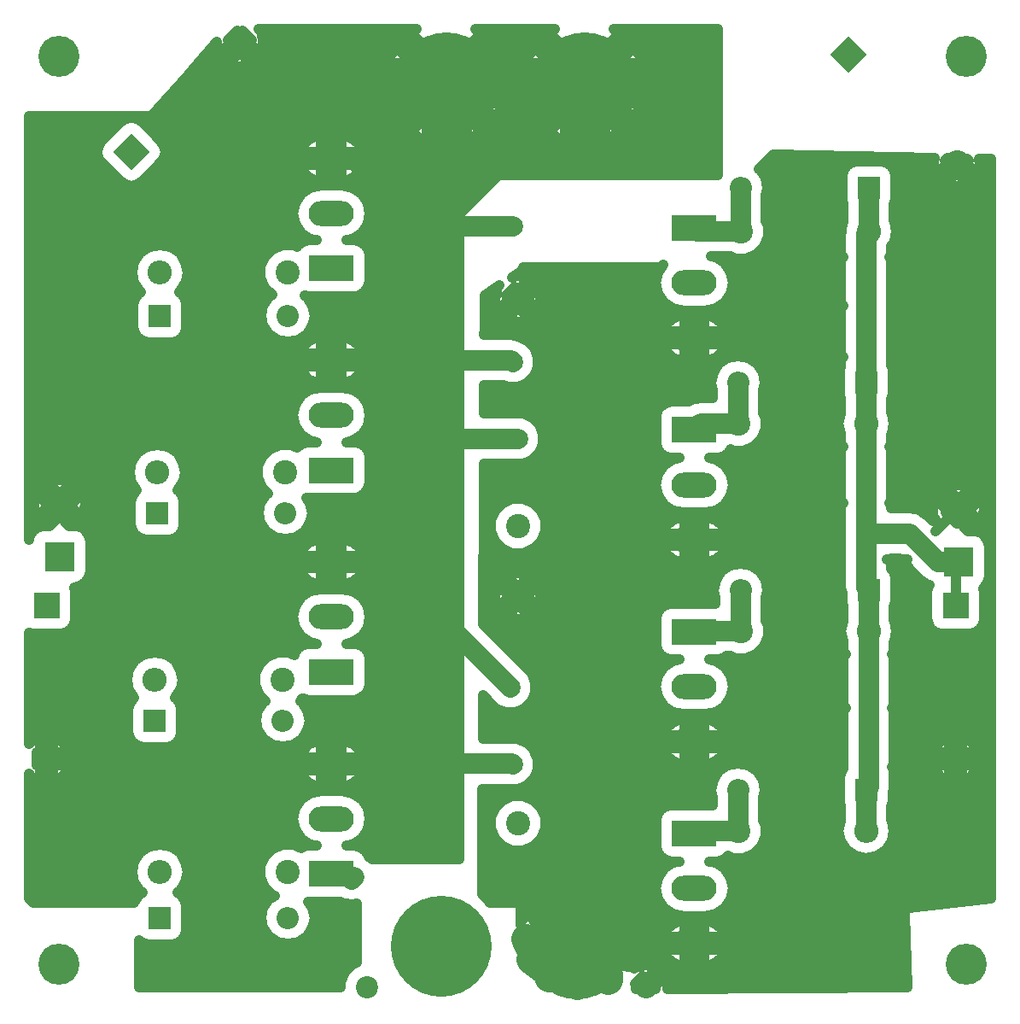
<source format=gbr>
G04 #@! TF.FileFunction,Copper,L1,Top,Signal*
%FSLAX46Y46*%
G04 Gerber Fmt 4.6, Leading zero omitted, Abs format (unit mm)*
G04 Created by KiCad (PCBNEW 4.0.7) date 07/12/19 12:00:17*
%MOMM*%
%LPD*%
G01*
G04 APERTURE LIST*
%ADD10C,0.100000*%
%ADD11C,10.000000*%
%ADD12C,2.400000*%
%ADD13O,2.400000X2.400000*%
%ADD14R,2.200000X2.200000*%
%ADD15O,2.200000X2.200000*%
%ADD16R,4.500000X2.500000*%
%ADD17O,4.500000X2.500000*%
%ADD18R,3.000000X3.000000*%
%ADD19C,3.000000*%
%ADD20C,4.064000*%
%ADD21C,2.600000*%
%ADD22C,2.200000*%
%ADD23R,2.600000X2.600000*%
%ADD24O,2.600000X2.600000*%
%ADD25C,0.600000*%
%ADD26C,2.000000*%
%ADD27C,1.000000*%
%ADD28C,3.000000*%
%ADD29C,2.000000*%
%ADD30C,5.000000*%
G04 APERTURE END LIST*
D10*
D11*
X87884000Y-138176000D03*
D12*
X72184000Y-111760000D03*
D13*
X59484000Y-111760000D03*
D12*
X72692000Y-130810000D03*
D13*
X59992000Y-130810000D03*
D12*
X117602000Y-67310000D03*
D13*
X130302000Y-67310000D03*
D14*
X130302000Y-102870000D03*
D15*
X117602000Y-102870000D03*
D16*
X77000000Y-91000000D03*
D17*
X77000000Y-85550000D03*
X77000000Y-80100000D03*
D12*
X72438000Y-91186000D03*
D13*
X59738000Y-91186000D03*
D14*
X59992000Y-75692000D03*
D15*
X72692000Y-75692000D03*
D18*
X139192000Y-100076000D03*
D19*
X139192000Y-94996000D03*
D20*
X50000000Y-50000000D03*
X50000000Y-140000000D03*
D16*
X113000000Y-67000000D03*
D17*
X113000000Y-72450000D03*
X113000000Y-77900000D03*
D16*
X77000000Y-71000000D03*
D17*
X77000000Y-65550000D03*
X77000000Y-60100000D03*
D11*
X88392000Y-52578000D03*
X101346000Y-138430000D03*
D20*
X140000000Y-50000000D03*
X140000000Y-140000000D03*
D18*
X50038000Y-99568000D03*
D19*
X50038000Y-94488000D03*
D16*
X113000000Y-87000000D03*
D17*
X113000000Y-92450000D03*
X113000000Y-97900000D03*
D16*
X113000000Y-107000000D03*
D17*
X113000000Y-112450000D03*
X113000000Y-117900000D03*
D16*
X77000000Y-111000000D03*
D17*
X77000000Y-105550000D03*
X77000000Y-100100000D03*
D16*
X113000000Y-127000000D03*
D17*
X113000000Y-132450000D03*
X113000000Y-137900000D03*
D16*
X77000000Y-131000000D03*
D17*
X77000000Y-125550000D03*
X77000000Y-120100000D03*
D11*
X102108000Y-52578000D03*
D14*
X130302000Y-62992000D03*
D15*
X117602000Y-62992000D03*
D14*
X130048000Y-82296000D03*
D15*
X117348000Y-82296000D03*
D14*
X59738000Y-95250000D03*
D15*
X72438000Y-95250000D03*
D14*
X59484000Y-115824000D03*
D15*
X72184000Y-115824000D03*
D14*
X130048000Y-122682000D03*
D15*
X117348000Y-122682000D03*
D14*
X59992000Y-135382000D03*
D15*
X72692000Y-135382000D03*
D12*
X72692000Y-71374000D03*
D13*
X59992000Y-71374000D03*
D12*
X117348000Y-86360000D03*
D13*
X130048000Y-86360000D03*
D12*
X117602000Y-106934000D03*
D13*
X130302000Y-106934000D03*
D12*
X117348000Y-126746000D03*
D13*
X130048000Y-126746000D03*
D10*
G36*
X57150000Y-61274478D02*
X55311522Y-59436000D01*
X57150000Y-57597522D01*
X58988478Y-59436000D01*
X57150000Y-61274478D01*
X57150000Y-61274478D01*
G37*
D21*
X67926307Y-48659693D02*
X67926307Y-48659693D01*
D10*
G36*
X126431522Y-49784000D02*
X128270000Y-47945522D01*
X130108478Y-49784000D01*
X128270000Y-51622478D01*
X126431522Y-49784000D01*
X126431522Y-49784000D01*
G37*
D21*
X139046307Y-60560307D02*
X139046307Y-60560307D01*
D12*
X95504000Y-125984000D03*
X95504000Y-103484000D03*
X95504000Y-96520000D03*
X95504000Y-74020000D03*
D22*
X80518000Y-142240000D03*
X108204000Y-142240000D03*
D23*
X138938000Y-104394000D03*
D24*
X138938000Y-119634000D03*
D23*
X48768000Y-104394000D03*
D24*
X48768000Y-119634000D03*
D25*
X136906000Y-97028000D03*
X134112000Y-99822000D03*
X132080000Y-99822000D03*
X127508000Y-99822000D03*
X132588000Y-109220000D03*
X128016000Y-109220000D03*
X132334000Y-88646000D03*
X127762000Y-88646000D03*
X132334000Y-69850000D03*
X127762000Y-69850000D03*
X132588000Y-114554000D03*
X128016000Y-114554000D03*
X132588000Y-120396000D03*
X127762000Y-120396000D03*
X132334000Y-94234000D03*
X127762000Y-94234000D03*
X132588000Y-74676000D03*
X127762000Y-74676000D03*
X132588000Y-79756000D03*
X127762000Y-79756000D03*
D26*
X94996000Y-80264000D03*
X94996000Y-120142000D03*
X94742000Y-112522000D03*
X94996000Y-66802000D03*
X95504000Y-87884000D03*
D27*
X126238000Y-99822000D02*
X127508000Y-99822000D01*
X136906000Y-97028000D02*
X138938000Y-94996000D01*
X132080000Y-99822000D02*
X134112000Y-99822000D01*
X138938000Y-94996000D02*
X139192000Y-94996000D01*
X126238000Y-109220000D02*
X128016000Y-109220000D01*
X132588000Y-109220000D02*
X133858000Y-109220000D01*
X126238000Y-88646000D02*
X127762000Y-88646000D01*
X132334000Y-88646000D02*
X133096000Y-88646000D01*
X126238000Y-69850000D02*
X127762000Y-69850000D01*
X132334000Y-69850000D02*
X133350000Y-69850000D01*
X126238000Y-114554000D02*
X128016000Y-114554000D01*
X132588000Y-114554000D02*
X133858000Y-114554000D01*
X126238000Y-120396000D02*
X127762000Y-120396000D01*
X132588000Y-120396000D02*
X133350000Y-120396000D01*
X126238000Y-94234000D02*
X127762000Y-94234000D01*
X132334000Y-94234000D02*
X133096000Y-94234000D01*
X126238000Y-74676000D02*
X127762000Y-74676000D01*
X132588000Y-74676000D02*
X133350000Y-74676000D01*
X126238000Y-79756000D02*
X127762000Y-79756000D01*
X132588000Y-79756000D02*
X133350000Y-79756000D01*
X126238000Y-97900000D02*
X126238000Y-99822000D01*
X126238000Y-99822000D02*
X126238000Y-100584000D01*
X126238000Y-100584000D02*
X126238000Y-109220000D01*
X126238000Y-109220000D02*
X126238000Y-108966000D01*
X126238000Y-108966000D02*
X126238000Y-114554000D01*
X126238000Y-114554000D02*
X126238000Y-120396000D01*
X126238000Y-120396000D02*
X126238000Y-128524000D01*
X126238000Y-128524000D02*
X125476000Y-129286000D01*
X113000000Y-97900000D02*
X126238000Y-97900000D01*
X126238000Y-97900000D02*
X126890000Y-97900000D01*
X126238000Y-97248000D02*
X126238000Y-94234000D01*
X126238000Y-94234000D02*
X126238000Y-88646000D01*
X126238000Y-88646000D02*
X126238000Y-88392000D01*
X126238000Y-88392000D02*
X126238000Y-79756000D01*
X126238000Y-79756000D02*
X126238000Y-74676000D01*
X126238000Y-74676000D02*
X126238000Y-69850000D01*
X126238000Y-69850000D02*
X126238000Y-69342000D01*
X126238000Y-69342000D02*
X126238000Y-62230000D01*
X126890000Y-97900000D02*
X126238000Y-97248000D01*
D28*
X101346000Y-138430000D02*
X104902000Y-138430000D01*
X104902000Y-138430000D02*
X106426000Y-135382000D01*
X101346000Y-138430000D02*
X104140000Y-138430000D01*
X104140000Y-138430000D02*
X106426000Y-139192000D01*
X101346000Y-138430000D02*
X101346000Y-139446000D01*
X101346000Y-139446000D02*
X104394000Y-140970000D01*
X104394000Y-140970000D02*
X104394000Y-141478000D01*
X104394000Y-141478000D02*
X101346000Y-138430000D01*
X101346000Y-138430000D02*
X99314000Y-138430000D01*
X99314000Y-138430000D02*
X96774000Y-139446000D01*
X96774000Y-139446000D02*
X98806000Y-140970000D01*
X98806000Y-140970000D02*
X101346000Y-138430000D01*
X101346000Y-138430000D02*
X101346000Y-139954000D01*
X101346000Y-139954000D02*
X98552000Y-141224000D01*
X101346000Y-138430000D02*
X101346000Y-141986000D01*
X101346000Y-138430000D02*
X96774000Y-138430000D01*
X96774000Y-138430000D02*
X96266000Y-137414000D01*
X101346000Y-138430000D02*
X100076000Y-138430000D01*
X100076000Y-138430000D02*
X97028000Y-133858000D01*
X101346000Y-138430000D02*
X101346000Y-136398000D01*
X101346000Y-136398000D02*
X98806000Y-132334000D01*
X101346000Y-138430000D02*
X101346000Y-136144000D01*
X101346000Y-136144000D02*
X103632000Y-132334000D01*
X101346000Y-138430000D02*
X101346000Y-131572000D01*
X101346000Y-138430000D02*
X102362000Y-138430000D01*
X102362000Y-138430000D02*
X105410000Y-133858000D01*
X101346000Y-138430000D02*
X107442000Y-136906000D01*
D27*
X138938000Y-104394000D02*
X138938000Y-100330000D01*
X138938000Y-100330000D02*
X139192000Y-100076000D01*
D29*
X139192000Y-100076000D02*
X137160000Y-100076000D01*
X134366000Y-97282000D02*
X130048000Y-97282000D01*
X137160000Y-100076000D02*
X134366000Y-97282000D01*
X139192000Y-100076000D02*
X138430000Y-100076000D01*
X130048000Y-122682000D02*
X130048000Y-126746000D01*
X130302000Y-106934000D02*
X130302000Y-122428000D01*
X130302000Y-122428000D02*
X130048000Y-122682000D01*
X130048000Y-86360000D02*
X130048000Y-82296000D01*
X130302000Y-67310000D02*
X130302000Y-62992000D01*
X130048000Y-82296000D02*
X130048000Y-67564000D01*
X130048000Y-67564000D02*
X130302000Y-67310000D01*
X130048000Y-86360000D02*
X130048000Y-97282000D01*
X130048000Y-97282000D02*
X130048000Y-102616000D01*
X130048000Y-102616000D02*
X130302000Y-102870000D01*
X130302000Y-106934000D02*
X130302000Y-102870000D01*
X130302000Y-103632000D02*
X130302000Y-102870000D01*
X117602000Y-67310000D02*
X113310000Y-67310000D01*
X113310000Y-67310000D02*
X113000000Y-67000000D01*
X117602000Y-62992000D02*
X117602000Y-67310000D01*
X77000000Y-80100000D02*
X94832000Y-80100000D01*
X94832000Y-80100000D02*
X94996000Y-80264000D01*
X77000000Y-120100000D02*
X94954000Y-120100000D01*
X94954000Y-120100000D02*
X94996000Y-120142000D01*
X77000000Y-100100000D02*
X82320000Y-100100000D01*
X82320000Y-100100000D02*
X94742000Y-112522000D01*
X77000000Y-60100000D02*
X79150000Y-60100000D01*
X79150000Y-60100000D02*
X85852000Y-66802000D01*
X85852000Y-66802000D02*
X94996000Y-66802000D01*
X77000000Y-80100000D02*
X81878000Y-80100000D01*
X89662000Y-87884000D02*
X95504000Y-87884000D01*
X81878000Y-80100000D02*
X89662000Y-87884000D01*
D30*
X88392000Y-52578000D02*
X88392000Y-58928000D01*
X95504000Y-52578000D02*
X102108000Y-52578000D01*
X102108000Y-52578000D02*
X95504000Y-52578000D01*
X95504000Y-52578000D02*
X93726000Y-50800000D01*
X93726000Y-50800000D02*
X93726000Y-52578000D01*
X102108000Y-52578000D02*
X99568000Y-52578000D01*
X99568000Y-52578000D02*
X96774000Y-55372000D01*
X88392000Y-52578000D02*
X91440000Y-52578000D01*
X91440000Y-52578000D02*
X88392000Y-52578000D01*
X88392000Y-52578000D02*
X85090000Y-52578000D01*
X85090000Y-52578000D02*
X82296000Y-55372000D01*
X88392000Y-52578000D02*
X82550000Y-52578000D01*
X102108000Y-52578000D02*
X93726000Y-52578000D01*
X93726000Y-52578000D02*
X88392000Y-52578000D01*
X102108000Y-52578000D02*
X102108000Y-58674000D01*
X102108000Y-58674000D02*
X101346000Y-59436000D01*
X102108000Y-52578000D02*
X110236000Y-52578000D01*
X110236000Y-52578000D02*
X110490000Y-52324000D01*
D29*
X117348000Y-86360000D02*
X113640000Y-86360000D01*
X113640000Y-86360000D02*
X113000000Y-87000000D01*
X117348000Y-82296000D02*
X117348000Y-86360000D01*
X117602000Y-106934000D02*
X113066000Y-106934000D01*
X113066000Y-106934000D02*
X113000000Y-107000000D01*
X117602000Y-102870000D02*
X117602000Y-106934000D01*
X117348000Y-126746000D02*
X113254000Y-126746000D01*
X113254000Y-126746000D02*
X113000000Y-127000000D01*
X117348000Y-122682000D02*
X117348000Y-126746000D01*
X78740000Y-131318000D02*
X78994000Y-131572000D01*
X79248000Y-131318000D02*
X78994000Y-131572000D01*
D27*
G36*
X136820678Y-60045512D02*
X136741145Y-60445258D01*
X136872587Y-61336163D01*
X137198911Y-61488465D01*
X138127068Y-60560307D01*
X137865439Y-60298678D01*
X138090078Y-60074038D01*
X140046500Y-60118002D01*
X140227175Y-60298677D01*
X139965546Y-60560307D01*
X140885172Y-61479933D01*
X141220000Y-61336143D01*
X141351469Y-60675356D01*
X141273306Y-60145571D01*
X142443000Y-60171856D01*
X142443000Y-133447660D01*
X134309227Y-134377234D01*
X134120430Y-134438460D01*
X133970328Y-134568315D01*
X133882572Y-134746337D01*
X133866260Y-134890121D01*
X134103745Y-142252147D01*
X110308319Y-142444045D01*
X110352722Y-142190234D01*
X110208205Y-141463697D01*
X109876894Y-141344923D01*
X108981817Y-142240000D01*
X109194842Y-142453025D01*
X107197047Y-142469136D01*
X107426183Y-142240000D01*
X107093843Y-141907660D01*
X107871660Y-141129843D01*
X108204000Y-141462183D01*
X109099077Y-140567106D01*
X108980303Y-140235795D01*
X108154234Y-140091278D01*
X107583100Y-140204884D01*
X107398251Y-140020035D01*
X107041936Y-140376350D01*
X107455992Y-138868464D01*
X107454522Y-138856733D01*
X109954706Y-138856733D01*
X110173240Y-139227219D01*
X110820198Y-139825261D01*
X111646771Y-140130200D01*
X112000000Y-139906000D01*
X112000000Y-138525000D01*
X114000000Y-138525000D01*
X114000000Y-139906000D01*
X114353229Y-140130200D01*
X115179802Y-139825261D01*
X115826760Y-139227219D01*
X116045294Y-138856733D01*
X115906151Y-138525000D01*
X114000000Y-138525000D01*
X112000000Y-138525000D01*
X110093849Y-138525000D01*
X109954706Y-138856733D01*
X107454522Y-138856733D01*
X107214648Y-136943267D01*
X109954706Y-136943267D01*
X110093849Y-137275000D01*
X112000000Y-137275000D01*
X112000000Y-135894000D01*
X114000000Y-135894000D01*
X114000000Y-137275000D01*
X115906151Y-137275000D01*
X116045294Y-136943267D01*
X115826760Y-136572781D01*
X115179802Y-135974739D01*
X114353229Y-135669800D01*
X114000000Y-135894000D01*
X112000000Y-135894000D01*
X111646771Y-135669800D01*
X110820198Y-135974739D01*
X110173240Y-136572781D01*
X109954706Y-136943267D01*
X107214648Y-136943267D01*
X107158690Y-136496895D01*
X106823104Y-135686719D01*
X106145808Y-135044406D01*
X102760214Y-138430000D01*
X102774356Y-138444142D01*
X101360142Y-139858356D01*
X101346000Y-139844214D01*
X101331858Y-139858356D01*
X99917644Y-138444142D01*
X99931786Y-138430000D01*
X96546192Y-135044406D01*
X95868896Y-135686719D01*
X95750000Y-136119708D01*
X95750000Y-134366000D01*
X95710607Y-134171472D01*
X95598635Y-134007596D01*
X95431729Y-133900195D01*
X95250000Y-133866000D01*
X92765893Y-133866000D01*
X92530497Y-133630192D01*
X97960406Y-133630192D01*
X101346000Y-137015786D01*
X104731594Y-133630192D01*
X104089281Y-132952896D01*
X102257862Y-132450000D01*
X109176533Y-132450000D01*
X109385864Y-133502379D01*
X109981989Y-134394544D01*
X110874154Y-134990669D01*
X111926533Y-135200000D01*
X114073467Y-135200000D01*
X115125846Y-134990669D01*
X116018011Y-134394544D01*
X116614136Y-133502379D01*
X116823467Y-132450000D01*
X116614136Y-131397621D01*
X116018011Y-130505456D01*
X115125846Y-129909331D01*
X114472568Y-129779386D01*
X115250000Y-129779386D01*
X115805867Y-129674793D01*
X116316396Y-129346276D01*
X116372346Y-129264390D01*
X116808581Y-129445530D01*
X117882707Y-129446468D01*
X118875429Y-129036283D01*
X119635614Y-128277424D01*
X120047530Y-127285419D01*
X120048468Y-126211293D01*
X119848000Y-125726124D01*
X119848000Y-123440812D01*
X119998937Y-122682000D01*
X119801024Y-121687023D01*
X119237415Y-120843522D01*
X118393914Y-120279913D01*
X117398937Y-120082000D01*
X117297063Y-120082000D01*
X116302086Y-120279913D01*
X115458585Y-120843522D01*
X114894976Y-121687023D01*
X114697063Y-122682000D01*
X114848000Y-123440812D01*
X114848000Y-124220614D01*
X110750000Y-124220614D01*
X110194133Y-124325207D01*
X109683604Y-124653724D01*
X109341108Y-125154983D01*
X109220614Y-125750000D01*
X109220614Y-128250000D01*
X109325207Y-128805867D01*
X109653724Y-129316396D01*
X110154983Y-129658892D01*
X110750000Y-129779386D01*
X111527432Y-129779386D01*
X110874154Y-129909331D01*
X109981989Y-130505456D01*
X109385864Y-131397621D01*
X109176533Y-132450000D01*
X102257862Y-132450000D01*
X101784464Y-132320008D01*
X99412895Y-132617310D01*
X98602719Y-132952896D01*
X97960406Y-133630192D01*
X92530497Y-133630192D01*
X91945512Y-133044186D01*
X91972701Y-126518707D01*
X92803532Y-126518707D01*
X93213717Y-127511429D01*
X93972576Y-128271614D01*
X94964581Y-128683530D01*
X96038707Y-128684468D01*
X97031429Y-128274283D01*
X97791614Y-127515424D01*
X98203530Y-126523419D01*
X98204468Y-125449293D01*
X97794283Y-124456571D01*
X97035424Y-123696386D01*
X96043419Y-123284470D01*
X94969293Y-123283532D01*
X93976571Y-123693717D01*
X93216386Y-124452576D01*
X92804470Y-125444581D01*
X92803532Y-126518707D01*
X91972701Y-126518707D01*
X91989030Y-122600000D01*
X94396438Y-122600000D01*
X94496538Y-122641565D01*
X95491099Y-122642433D01*
X96410286Y-122262633D01*
X97114161Y-121559985D01*
X97495565Y-120641462D01*
X97496433Y-119646901D01*
X97169943Y-118856733D01*
X109954706Y-118856733D01*
X110173240Y-119227219D01*
X110820198Y-119825261D01*
X111646771Y-120130200D01*
X112000000Y-119906000D01*
X112000000Y-118525000D01*
X114000000Y-118525000D01*
X114000000Y-119906000D01*
X114353229Y-120130200D01*
X115179802Y-119825261D01*
X115826760Y-119227219D01*
X116045294Y-118856733D01*
X115906151Y-118525000D01*
X114000000Y-118525000D01*
X112000000Y-118525000D01*
X110093849Y-118525000D01*
X109954706Y-118856733D01*
X97169943Y-118856733D01*
X97116633Y-118727714D01*
X96413985Y-118023839D01*
X96007804Y-117855178D01*
X95910709Y-117790301D01*
X95797178Y-117767718D01*
X95495462Y-117642435D01*
X95165889Y-117642147D01*
X94954000Y-117600000D01*
X92009863Y-117600000D01*
X92012599Y-116943267D01*
X109954706Y-116943267D01*
X110093849Y-117275000D01*
X112000000Y-117275000D01*
X112000000Y-115894000D01*
X114000000Y-115894000D01*
X114000000Y-117275000D01*
X115906151Y-117275000D01*
X116045294Y-116943267D01*
X115826760Y-116572781D01*
X115179802Y-115974739D01*
X114353229Y-115669800D01*
X114000000Y-115894000D01*
X112000000Y-115894000D01*
X111646771Y-115669800D01*
X110820198Y-115974739D01*
X110173240Y-116572781D01*
X109954706Y-116943267D01*
X92012599Y-116943267D01*
X92027600Y-113343134D01*
X92973550Y-114289084D01*
X93324015Y-114640161D01*
X94242538Y-115021565D01*
X95237099Y-115022433D01*
X96156286Y-114642633D01*
X96860161Y-113939985D01*
X97241565Y-113021462D01*
X97242063Y-112450000D01*
X109176533Y-112450000D01*
X109385864Y-113502379D01*
X109981989Y-114394544D01*
X110874154Y-114990669D01*
X111926533Y-115200000D01*
X114073467Y-115200000D01*
X115125846Y-114990669D01*
X116018011Y-114394544D01*
X116614136Y-113502379D01*
X116823467Y-112450000D01*
X116614136Y-111397621D01*
X116018011Y-110505456D01*
X115125846Y-109909331D01*
X114472568Y-109779386D01*
X115250000Y-109779386D01*
X115805867Y-109674793D01*
X116180069Y-109434000D01*
X116582059Y-109434000D01*
X117062581Y-109633530D01*
X118136707Y-109634468D01*
X119129429Y-109224283D01*
X119889614Y-108465424D01*
X120301530Y-107473419D01*
X120302468Y-106399293D01*
X120102000Y-105914124D01*
X120102000Y-103628812D01*
X120252937Y-102870000D01*
X120055024Y-101875023D01*
X119491415Y-101031522D01*
X118647914Y-100467913D01*
X117652937Y-100270000D01*
X117551063Y-100270000D01*
X116556086Y-100467913D01*
X115712585Y-101031522D01*
X115148976Y-101875023D01*
X114951063Y-102870000D01*
X115102000Y-103628812D01*
X115102000Y-104220614D01*
X110750000Y-104220614D01*
X110194133Y-104325207D01*
X109683604Y-104653724D01*
X109341108Y-105154983D01*
X109220614Y-105750000D01*
X109220614Y-108250000D01*
X109325207Y-108805867D01*
X109653724Y-109316396D01*
X110154983Y-109658892D01*
X110750000Y-109779386D01*
X111527432Y-109779386D01*
X110874154Y-109909331D01*
X109981989Y-110505456D01*
X109385864Y-111397621D01*
X109176533Y-112450000D01*
X97242063Y-112450000D01*
X97242433Y-112026901D01*
X96862633Y-111107714D01*
X96159985Y-110403839D01*
X96158938Y-110403404D01*
X92056941Y-106301407D01*
X92061293Y-105256787D01*
X94579741Y-105256787D01*
X94714017Y-105592100D01*
X95580886Y-105733944D01*
X96293983Y-105592100D01*
X96428259Y-105256787D01*
X95504000Y-104332528D01*
X94579741Y-105256787D01*
X92061293Y-105256787D01*
X92068359Y-103560886D01*
X93254056Y-103560886D01*
X93395900Y-104273983D01*
X93731213Y-104408259D01*
X94655472Y-103484000D01*
X96352528Y-103484000D01*
X97276787Y-104408259D01*
X97612100Y-104273983D01*
X97753944Y-103407114D01*
X97612100Y-102694017D01*
X97276787Y-102559741D01*
X96352528Y-103484000D01*
X94655472Y-103484000D01*
X93731213Y-102559741D01*
X93395900Y-102694017D01*
X93254056Y-103560886D01*
X92068359Y-103560886D01*
X92076065Y-101711213D01*
X94579741Y-101711213D01*
X95504000Y-102635472D01*
X96428259Y-101711213D01*
X96293983Y-101375900D01*
X95427114Y-101234056D01*
X94714017Y-101375900D01*
X94579741Y-101711213D01*
X92076065Y-101711213D01*
X92095468Y-97054707D01*
X92803532Y-97054707D01*
X93213717Y-98047429D01*
X93972576Y-98807614D01*
X94964581Y-99219530D01*
X96038707Y-99220468D01*
X96919011Y-98856733D01*
X109954706Y-98856733D01*
X110173240Y-99227219D01*
X110820198Y-99825261D01*
X111646771Y-100130200D01*
X112000000Y-99906000D01*
X112000000Y-98525000D01*
X114000000Y-98525000D01*
X114000000Y-99906000D01*
X114353229Y-100130200D01*
X115179802Y-99825261D01*
X115826760Y-99227219D01*
X116045294Y-98856733D01*
X115906151Y-98525000D01*
X114000000Y-98525000D01*
X112000000Y-98525000D01*
X110093849Y-98525000D01*
X109954706Y-98856733D01*
X96919011Y-98856733D01*
X97031429Y-98810283D01*
X97791614Y-98051424D01*
X98203530Y-97059419D01*
X98203631Y-96943267D01*
X109954706Y-96943267D01*
X110093849Y-97275000D01*
X112000000Y-97275000D01*
X112000000Y-95894000D01*
X114000000Y-95894000D01*
X114000000Y-97275000D01*
X115906151Y-97275000D01*
X116045294Y-96943267D01*
X115826760Y-96572781D01*
X115179802Y-95974739D01*
X114353229Y-95669800D01*
X114000000Y-95894000D01*
X112000000Y-95894000D01*
X111646771Y-95669800D01*
X110820198Y-95974739D01*
X110173240Y-96572781D01*
X109954706Y-96943267D01*
X98203631Y-96943267D01*
X98204468Y-95985293D01*
X97794283Y-94992571D01*
X97035424Y-94232386D01*
X96043419Y-93820470D01*
X94969293Y-93819532D01*
X93976571Y-94229717D01*
X93216386Y-94988576D01*
X92804470Y-95980581D01*
X92803532Y-97054707D01*
X92095468Y-97054707D01*
X92114654Y-92450000D01*
X109176533Y-92450000D01*
X109385864Y-93502379D01*
X109981989Y-94394544D01*
X110874154Y-94990669D01*
X111926533Y-95200000D01*
X114073467Y-95200000D01*
X115125846Y-94990669D01*
X116018011Y-94394544D01*
X116614136Y-93502379D01*
X116823467Y-92450000D01*
X116614136Y-91397621D01*
X116018011Y-90505456D01*
X115125846Y-89909331D01*
X114472568Y-89779386D01*
X115250000Y-89779386D01*
X115805867Y-89674793D01*
X116316396Y-89346276D01*
X116577799Y-88963701D01*
X116808581Y-89059530D01*
X117882707Y-89060468D01*
X118875429Y-88650283D01*
X119635614Y-87891424D01*
X120047530Y-86899419D01*
X120048001Y-86360000D01*
X127295104Y-86360000D01*
X127500629Y-87393245D01*
X127548000Y-87464141D01*
X127548000Y-102616000D01*
X127672614Y-103242478D01*
X127672614Y-103970000D01*
X127777207Y-104525867D01*
X127802000Y-104564396D01*
X127802000Y-105829859D01*
X127754629Y-105900755D01*
X127549104Y-106934000D01*
X127754629Y-107967245D01*
X127802000Y-108038141D01*
X127802000Y-120602228D01*
X127539108Y-120986983D01*
X127418614Y-121582000D01*
X127418614Y-123782000D01*
X127523207Y-124337867D01*
X127548000Y-124376396D01*
X127548000Y-125641859D01*
X127500629Y-125712755D01*
X127295104Y-126746000D01*
X127500629Y-127779245D01*
X128085916Y-128655188D01*
X128961859Y-129240475D01*
X129995104Y-129446000D01*
X130100896Y-129446000D01*
X131134141Y-129240475D01*
X132010084Y-128655188D01*
X132595371Y-127779245D01*
X132800896Y-126746000D01*
X132595371Y-125712755D01*
X132548000Y-125641859D01*
X132548000Y-124390031D01*
X132556892Y-124377017D01*
X132677386Y-123782000D01*
X132677386Y-123054478D01*
X132802000Y-122428000D01*
X132802000Y-120622439D01*
X136852335Y-120622439D01*
X137389356Y-121345348D01*
X137949566Y-121719632D01*
X138288000Y-121584548D01*
X138288000Y-120284000D01*
X139588000Y-120284000D01*
X139588000Y-121584548D01*
X139926434Y-121719632D01*
X140486644Y-121345348D01*
X141023665Y-120622439D01*
X140900613Y-120284000D01*
X139588000Y-120284000D01*
X138288000Y-120284000D01*
X136975387Y-120284000D01*
X136852335Y-120622439D01*
X132802000Y-120622439D01*
X132802000Y-118645561D01*
X136852335Y-118645561D01*
X136975387Y-118984000D01*
X138288000Y-118984000D01*
X138288000Y-117683452D01*
X139588000Y-117683452D01*
X139588000Y-118984000D01*
X140900613Y-118984000D01*
X141023665Y-118645561D01*
X140486644Y-117922652D01*
X139926434Y-117548368D01*
X139588000Y-117683452D01*
X138288000Y-117683452D01*
X137949566Y-117548368D01*
X137389356Y-117922652D01*
X136852335Y-118645561D01*
X132802000Y-118645561D01*
X132802000Y-108038141D01*
X132849371Y-107967245D01*
X133054896Y-106934000D01*
X132849371Y-105900755D01*
X132802000Y-105829859D01*
X132802000Y-104578031D01*
X132810892Y-104565017D01*
X132931386Y-103970000D01*
X132931386Y-101770000D01*
X132826793Y-101214133D01*
X132548000Y-100780877D01*
X132548000Y-99782000D01*
X133330466Y-99782000D01*
X135392233Y-101843767D01*
X136203291Y-102385699D01*
X136294161Y-102403774D01*
X136229108Y-102498983D01*
X136108614Y-103094000D01*
X136108614Y-105694000D01*
X136213207Y-106249867D01*
X136541724Y-106760396D01*
X137042983Y-107102892D01*
X137638000Y-107223386D01*
X140238000Y-107223386D01*
X140793867Y-107118793D01*
X141304396Y-106790276D01*
X141646892Y-106289017D01*
X141767386Y-105694000D01*
X141767386Y-103094000D01*
X141695633Y-102712663D01*
X141758396Y-102672276D01*
X142100892Y-102171017D01*
X142221386Y-101576000D01*
X142221386Y-98576000D01*
X142116793Y-98020133D01*
X141788276Y-97509604D01*
X141287017Y-97167108D01*
X140692000Y-97046614D01*
X140181954Y-97046614D01*
X139192000Y-96056660D01*
X139001081Y-96247579D01*
X137940421Y-95186919D01*
X138131340Y-94996000D01*
X140252660Y-94996000D01*
X141263620Y-96006960D01*
X141610623Y-95826182D01*
X141744214Y-94837421D01*
X141610623Y-94165818D01*
X141263620Y-93985040D01*
X140252660Y-94996000D01*
X138131340Y-94996000D01*
X137120380Y-93985040D01*
X136773377Y-94165818D01*
X136639786Y-95154579D01*
X136773377Y-95826182D01*
X136887925Y-95885858D01*
X136696659Y-96077125D01*
X136133767Y-95514233D01*
X135663484Y-95200000D01*
X135322709Y-94972301D01*
X134366000Y-94782000D01*
X132548000Y-94782000D01*
X132548000Y-92924380D01*
X138181040Y-92924380D01*
X139192000Y-93935340D01*
X140202960Y-92924380D01*
X140022182Y-92577377D01*
X139033421Y-92443786D01*
X138361818Y-92577377D01*
X138181040Y-92924380D01*
X132548000Y-92924380D01*
X132548000Y-87464141D01*
X132595371Y-87393245D01*
X132800896Y-86360000D01*
X132595371Y-85326755D01*
X132548000Y-85255859D01*
X132548000Y-84004031D01*
X132556892Y-83991017D01*
X132677386Y-83396000D01*
X132677386Y-81196000D01*
X132572793Y-80640133D01*
X132548000Y-80601604D01*
X132548000Y-68794278D01*
X132849371Y-68343245D01*
X133054896Y-67310000D01*
X132849371Y-66276755D01*
X132802000Y-66205859D01*
X132802000Y-64700031D01*
X132810892Y-64687017D01*
X132931386Y-64092000D01*
X132931386Y-62407703D01*
X138118149Y-62407703D01*
X138270451Y-62734027D01*
X139161356Y-62865469D01*
X139822143Y-62734000D01*
X139965933Y-62399172D01*
X139046307Y-61479546D01*
X138118149Y-62407703D01*
X132931386Y-62407703D01*
X132931386Y-61892000D01*
X132826793Y-61336133D01*
X132498276Y-60825604D01*
X131997017Y-60483108D01*
X131402000Y-60362614D01*
X129202000Y-60362614D01*
X128646133Y-60467207D01*
X128135604Y-60795724D01*
X127793108Y-61296983D01*
X127672614Y-61892000D01*
X127672614Y-64092000D01*
X127777207Y-64647867D01*
X127802000Y-64686396D01*
X127802000Y-66205859D01*
X127754629Y-66276755D01*
X127549104Y-67310000D01*
X127573814Y-67434225D01*
X127548000Y-67564000D01*
X127548000Y-80587969D01*
X127539108Y-80600983D01*
X127418614Y-81196000D01*
X127418614Y-83396000D01*
X127523207Y-83951867D01*
X127548000Y-83990396D01*
X127548000Y-85255859D01*
X127500629Y-85326755D01*
X127295104Y-86360000D01*
X120048001Y-86360000D01*
X120048468Y-85825293D01*
X119848000Y-85340124D01*
X119848000Y-83054812D01*
X119998937Y-82296000D01*
X119801024Y-81301023D01*
X119237415Y-80457522D01*
X118393914Y-79893913D01*
X117398937Y-79696000D01*
X117297063Y-79696000D01*
X116302086Y-79893913D01*
X115458585Y-80457522D01*
X114894976Y-81301023D01*
X114697063Y-82296000D01*
X114848000Y-83054812D01*
X114848000Y-83860000D01*
X113640000Y-83860000D01*
X112683291Y-84050301D01*
X112428400Y-84220614D01*
X110750000Y-84220614D01*
X110194133Y-84325207D01*
X109683604Y-84653724D01*
X109341108Y-85154983D01*
X109220614Y-85750000D01*
X109220614Y-88250000D01*
X109325207Y-88805867D01*
X109653724Y-89316396D01*
X110154983Y-89658892D01*
X110750000Y-89779386D01*
X111527432Y-89779386D01*
X110874154Y-89909331D01*
X109981989Y-90505456D01*
X109385864Y-91397621D01*
X109176533Y-92450000D01*
X92114654Y-92450000D01*
X92123263Y-90384000D01*
X95502964Y-90384000D01*
X95999099Y-90384433D01*
X96918286Y-90004633D01*
X97622161Y-89301985D01*
X98003565Y-88383462D01*
X98004433Y-87388901D01*
X97624633Y-86469714D01*
X96921985Y-85765839D01*
X96003462Y-85384435D01*
X95008901Y-85383567D01*
X95007853Y-85384000D01*
X92144097Y-85384000D01*
X92155697Y-82600000D01*
X94102630Y-82600000D01*
X94496538Y-82763565D01*
X95491099Y-82764433D01*
X96410286Y-82384633D01*
X97114161Y-81681985D01*
X97495565Y-80763462D01*
X97496433Y-79768901D01*
X97119534Y-78856733D01*
X109954706Y-78856733D01*
X110173240Y-79227219D01*
X110820198Y-79825261D01*
X111646771Y-80130200D01*
X112000000Y-79906000D01*
X112000000Y-78525000D01*
X114000000Y-78525000D01*
X114000000Y-79906000D01*
X114353229Y-80130200D01*
X115179802Y-79825261D01*
X115826760Y-79227219D01*
X116045294Y-78856733D01*
X115906151Y-78525000D01*
X114000000Y-78525000D01*
X112000000Y-78525000D01*
X110093849Y-78525000D01*
X109954706Y-78856733D01*
X97119534Y-78856733D01*
X97116633Y-78849714D01*
X96413985Y-78145839D01*
X96167849Y-78043634D01*
X95788709Y-77790301D01*
X94832000Y-77600000D01*
X92176530Y-77600000D01*
X92179266Y-76943267D01*
X109954706Y-76943267D01*
X110093849Y-77275000D01*
X112000000Y-77275000D01*
X112000000Y-75894000D01*
X114000000Y-75894000D01*
X114000000Y-77275000D01*
X115906151Y-77275000D01*
X116045294Y-76943267D01*
X115826760Y-76572781D01*
X115179802Y-75974739D01*
X114353229Y-75669800D01*
X114000000Y-75894000D01*
X112000000Y-75894000D01*
X111646771Y-75669800D01*
X110820198Y-75974739D01*
X110173240Y-76572781D01*
X109954706Y-76943267D01*
X92179266Y-76943267D01*
X92184060Y-75792787D01*
X94579741Y-75792787D01*
X94714017Y-76128100D01*
X95580886Y-76269944D01*
X96293983Y-76128100D01*
X96428259Y-75792787D01*
X95504000Y-74868528D01*
X94579741Y-75792787D01*
X92184060Y-75792787D01*
X92192887Y-73674334D01*
X93653506Y-72700588D01*
X93211939Y-73142155D01*
X93382387Y-73312603D01*
X93254056Y-74096886D01*
X93395900Y-74809983D01*
X93731213Y-74944259D01*
X94655472Y-74020000D01*
X96352528Y-74020000D01*
X97276787Y-74944259D01*
X97612100Y-74809983D01*
X97753944Y-73943114D01*
X97612100Y-73230017D01*
X97276787Y-73095741D01*
X96352528Y-74020000D01*
X94655472Y-74020000D01*
X94358487Y-73723015D01*
X95207015Y-72874487D01*
X95504000Y-73171472D01*
X96428259Y-72247213D01*
X96293983Y-71911900D01*
X95427114Y-71770056D01*
X94888640Y-71877165D01*
X95781350Y-71282025D01*
X95921356Y-71141344D01*
X95995598Y-70957275D01*
X95993987Y-70858000D01*
X109474000Y-70858000D01*
X109668528Y-70818607D01*
X109827553Y-70711553D01*
X109877961Y-70661145D01*
X109385864Y-71397621D01*
X109176533Y-72450000D01*
X109385864Y-73502379D01*
X109981989Y-74394544D01*
X110874154Y-74990669D01*
X111926533Y-75200000D01*
X114073467Y-75200000D01*
X115125846Y-74990669D01*
X116018011Y-74394544D01*
X116614136Y-73502379D01*
X116823467Y-72450000D01*
X116614136Y-71397621D01*
X116018011Y-70505456D01*
X115125846Y-69909331D01*
X114626475Y-69810000D01*
X116582059Y-69810000D01*
X117062581Y-70009530D01*
X118136707Y-70010468D01*
X119129429Y-69600283D01*
X119889614Y-68841424D01*
X120301530Y-67849419D01*
X120302468Y-66775293D01*
X120102000Y-66290124D01*
X120102000Y-63750812D01*
X120252937Y-62992000D01*
X120055024Y-61997023D01*
X119491415Y-61153522D01*
X119427974Y-61111132D01*
X120852431Y-59686675D01*
X136820678Y-60045512D01*
X136820678Y-60045512D01*
G37*
X136820678Y-60045512D02*
X136741145Y-60445258D01*
X136872587Y-61336163D01*
X137198911Y-61488465D01*
X138127068Y-60560307D01*
X137865439Y-60298678D01*
X138090078Y-60074038D01*
X140046500Y-60118002D01*
X140227175Y-60298677D01*
X139965546Y-60560307D01*
X140885172Y-61479933D01*
X141220000Y-61336143D01*
X141351469Y-60675356D01*
X141273306Y-60145571D01*
X142443000Y-60171856D01*
X142443000Y-133447660D01*
X134309227Y-134377234D01*
X134120430Y-134438460D01*
X133970328Y-134568315D01*
X133882572Y-134746337D01*
X133866260Y-134890121D01*
X134103745Y-142252147D01*
X110308319Y-142444045D01*
X110352722Y-142190234D01*
X110208205Y-141463697D01*
X109876894Y-141344923D01*
X108981817Y-142240000D01*
X109194842Y-142453025D01*
X107197047Y-142469136D01*
X107426183Y-142240000D01*
X107093843Y-141907660D01*
X107871660Y-141129843D01*
X108204000Y-141462183D01*
X109099077Y-140567106D01*
X108980303Y-140235795D01*
X108154234Y-140091278D01*
X107583100Y-140204884D01*
X107398251Y-140020035D01*
X107041936Y-140376350D01*
X107455992Y-138868464D01*
X107454522Y-138856733D01*
X109954706Y-138856733D01*
X110173240Y-139227219D01*
X110820198Y-139825261D01*
X111646771Y-140130200D01*
X112000000Y-139906000D01*
X112000000Y-138525000D01*
X114000000Y-138525000D01*
X114000000Y-139906000D01*
X114353229Y-140130200D01*
X115179802Y-139825261D01*
X115826760Y-139227219D01*
X116045294Y-138856733D01*
X115906151Y-138525000D01*
X114000000Y-138525000D01*
X112000000Y-138525000D01*
X110093849Y-138525000D01*
X109954706Y-138856733D01*
X107454522Y-138856733D01*
X107214648Y-136943267D01*
X109954706Y-136943267D01*
X110093849Y-137275000D01*
X112000000Y-137275000D01*
X112000000Y-135894000D01*
X114000000Y-135894000D01*
X114000000Y-137275000D01*
X115906151Y-137275000D01*
X116045294Y-136943267D01*
X115826760Y-136572781D01*
X115179802Y-135974739D01*
X114353229Y-135669800D01*
X114000000Y-135894000D01*
X112000000Y-135894000D01*
X111646771Y-135669800D01*
X110820198Y-135974739D01*
X110173240Y-136572781D01*
X109954706Y-136943267D01*
X107214648Y-136943267D01*
X107158690Y-136496895D01*
X106823104Y-135686719D01*
X106145808Y-135044406D01*
X102760214Y-138430000D01*
X102774356Y-138444142D01*
X101360142Y-139858356D01*
X101346000Y-139844214D01*
X101331858Y-139858356D01*
X99917644Y-138444142D01*
X99931786Y-138430000D01*
X96546192Y-135044406D01*
X95868896Y-135686719D01*
X95750000Y-136119708D01*
X95750000Y-134366000D01*
X95710607Y-134171472D01*
X95598635Y-134007596D01*
X95431729Y-133900195D01*
X95250000Y-133866000D01*
X92765893Y-133866000D01*
X92530497Y-133630192D01*
X97960406Y-133630192D01*
X101346000Y-137015786D01*
X104731594Y-133630192D01*
X104089281Y-132952896D01*
X102257862Y-132450000D01*
X109176533Y-132450000D01*
X109385864Y-133502379D01*
X109981989Y-134394544D01*
X110874154Y-134990669D01*
X111926533Y-135200000D01*
X114073467Y-135200000D01*
X115125846Y-134990669D01*
X116018011Y-134394544D01*
X116614136Y-133502379D01*
X116823467Y-132450000D01*
X116614136Y-131397621D01*
X116018011Y-130505456D01*
X115125846Y-129909331D01*
X114472568Y-129779386D01*
X115250000Y-129779386D01*
X115805867Y-129674793D01*
X116316396Y-129346276D01*
X116372346Y-129264390D01*
X116808581Y-129445530D01*
X117882707Y-129446468D01*
X118875429Y-129036283D01*
X119635614Y-128277424D01*
X120047530Y-127285419D01*
X120048468Y-126211293D01*
X119848000Y-125726124D01*
X119848000Y-123440812D01*
X119998937Y-122682000D01*
X119801024Y-121687023D01*
X119237415Y-120843522D01*
X118393914Y-120279913D01*
X117398937Y-120082000D01*
X117297063Y-120082000D01*
X116302086Y-120279913D01*
X115458585Y-120843522D01*
X114894976Y-121687023D01*
X114697063Y-122682000D01*
X114848000Y-123440812D01*
X114848000Y-124220614D01*
X110750000Y-124220614D01*
X110194133Y-124325207D01*
X109683604Y-124653724D01*
X109341108Y-125154983D01*
X109220614Y-125750000D01*
X109220614Y-128250000D01*
X109325207Y-128805867D01*
X109653724Y-129316396D01*
X110154983Y-129658892D01*
X110750000Y-129779386D01*
X111527432Y-129779386D01*
X110874154Y-129909331D01*
X109981989Y-130505456D01*
X109385864Y-131397621D01*
X109176533Y-132450000D01*
X102257862Y-132450000D01*
X101784464Y-132320008D01*
X99412895Y-132617310D01*
X98602719Y-132952896D01*
X97960406Y-133630192D01*
X92530497Y-133630192D01*
X91945512Y-133044186D01*
X91972701Y-126518707D01*
X92803532Y-126518707D01*
X93213717Y-127511429D01*
X93972576Y-128271614D01*
X94964581Y-128683530D01*
X96038707Y-128684468D01*
X97031429Y-128274283D01*
X97791614Y-127515424D01*
X98203530Y-126523419D01*
X98204468Y-125449293D01*
X97794283Y-124456571D01*
X97035424Y-123696386D01*
X96043419Y-123284470D01*
X94969293Y-123283532D01*
X93976571Y-123693717D01*
X93216386Y-124452576D01*
X92804470Y-125444581D01*
X92803532Y-126518707D01*
X91972701Y-126518707D01*
X91989030Y-122600000D01*
X94396438Y-122600000D01*
X94496538Y-122641565D01*
X95491099Y-122642433D01*
X96410286Y-122262633D01*
X97114161Y-121559985D01*
X97495565Y-120641462D01*
X97496433Y-119646901D01*
X97169943Y-118856733D01*
X109954706Y-118856733D01*
X110173240Y-119227219D01*
X110820198Y-119825261D01*
X111646771Y-120130200D01*
X112000000Y-119906000D01*
X112000000Y-118525000D01*
X114000000Y-118525000D01*
X114000000Y-119906000D01*
X114353229Y-120130200D01*
X115179802Y-119825261D01*
X115826760Y-119227219D01*
X116045294Y-118856733D01*
X115906151Y-118525000D01*
X114000000Y-118525000D01*
X112000000Y-118525000D01*
X110093849Y-118525000D01*
X109954706Y-118856733D01*
X97169943Y-118856733D01*
X97116633Y-118727714D01*
X96413985Y-118023839D01*
X96007804Y-117855178D01*
X95910709Y-117790301D01*
X95797178Y-117767718D01*
X95495462Y-117642435D01*
X95165889Y-117642147D01*
X94954000Y-117600000D01*
X92009863Y-117600000D01*
X92012599Y-116943267D01*
X109954706Y-116943267D01*
X110093849Y-117275000D01*
X112000000Y-117275000D01*
X112000000Y-115894000D01*
X114000000Y-115894000D01*
X114000000Y-117275000D01*
X115906151Y-117275000D01*
X116045294Y-116943267D01*
X115826760Y-116572781D01*
X115179802Y-115974739D01*
X114353229Y-115669800D01*
X114000000Y-115894000D01*
X112000000Y-115894000D01*
X111646771Y-115669800D01*
X110820198Y-115974739D01*
X110173240Y-116572781D01*
X109954706Y-116943267D01*
X92012599Y-116943267D01*
X92027600Y-113343134D01*
X92973550Y-114289084D01*
X93324015Y-114640161D01*
X94242538Y-115021565D01*
X95237099Y-115022433D01*
X96156286Y-114642633D01*
X96860161Y-113939985D01*
X97241565Y-113021462D01*
X97242063Y-112450000D01*
X109176533Y-112450000D01*
X109385864Y-113502379D01*
X109981989Y-114394544D01*
X110874154Y-114990669D01*
X111926533Y-115200000D01*
X114073467Y-115200000D01*
X115125846Y-114990669D01*
X116018011Y-114394544D01*
X116614136Y-113502379D01*
X116823467Y-112450000D01*
X116614136Y-111397621D01*
X116018011Y-110505456D01*
X115125846Y-109909331D01*
X114472568Y-109779386D01*
X115250000Y-109779386D01*
X115805867Y-109674793D01*
X116180069Y-109434000D01*
X116582059Y-109434000D01*
X117062581Y-109633530D01*
X118136707Y-109634468D01*
X119129429Y-109224283D01*
X119889614Y-108465424D01*
X120301530Y-107473419D01*
X120302468Y-106399293D01*
X120102000Y-105914124D01*
X120102000Y-103628812D01*
X120252937Y-102870000D01*
X120055024Y-101875023D01*
X119491415Y-101031522D01*
X118647914Y-100467913D01*
X117652937Y-100270000D01*
X117551063Y-100270000D01*
X116556086Y-100467913D01*
X115712585Y-101031522D01*
X115148976Y-101875023D01*
X114951063Y-102870000D01*
X115102000Y-103628812D01*
X115102000Y-104220614D01*
X110750000Y-104220614D01*
X110194133Y-104325207D01*
X109683604Y-104653724D01*
X109341108Y-105154983D01*
X109220614Y-105750000D01*
X109220614Y-108250000D01*
X109325207Y-108805867D01*
X109653724Y-109316396D01*
X110154983Y-109658892D01*
X110750000Y-109779386D01*
X111527432Y-109779386D01*
X110874154Y-109909331D01*
X109981989Y-110505456D01*
X109385864Y-111397621D01*
X109176533Y-112450000D01*
X97242063Y-112450000D01*
X97242433Y-112026901D01*
X96862633Y-111107714D01*
X96159985Y-110403839D01*
X96158938Y-110403404D01*
X92056941Y-106301407D01*
X92061293Y-105256787D01*
X94579741Y-105256787D01*
X94714017Y-105592100D01*
X95580886Y-105733944D01*
X96293983Y-105592100D01*
X96428259Y-105256787D01*
X95504000Y-104332528D01*
X94579741Y-105256787D01*
X92061293Y-105256787D01*
X92068359Y-103560886D01*
X93254056Y-103560886D01*
X93395900Y-104273983D01*
X93731213Y-104408259D01*
X94655472Y-103484000D01*
X96352528Y-103484000D01*
X97276787Y-104408259D01*
X97612100Y-104273983D01*
X97753944Y-103407114D01*
X97612100Y-102694017D01*
X97276787Y-102559741D01*
X96352528Y-103484000D01*
X94655472Y-103484000D01*
X93731213Y-102559741D01*
X93395900Y-102694017D01*
X93254056Y-103560886D01*
X92068359Y-103560886D01*
X92076065Y-101711213D01*
X94579741Y-101711213D01*
X95504000Y-102635472D01*
X96428259Y-101711213D01*
X96293983Y-101375900D01*
X95427114Y-101234056D01*
X94714017Y-101375900D01*
X94579741Y-101711213D01*
X92076065Y-101711213D01*
X92095468Y-97054707D01*
X92803532Y-97054707D01*
X93213717Y-98047429D01*
X93972576Y-98807614D01*
X94964581Y-99219530D01*
X96038707Y-99220468D01*
X96919011Y-98856733D01*
X109954706Y-98856733D01*
X110173240Y-99227219D01*
X110820198Y-99825261D01*
X111646771Y-100130200D01*
X112000000Y-99906000D01*
X112000000Y-98525000D01*
X114000000Y-98525000D01*
X114000000Y-99906000D01*
X114353229Y-100130200D01*
X115179802Y-99825261D01*
X115826760Y-99227219D01*
X116045294Y-98856733D01*
X115906151Y-98525000D01*
X114000000Y-98525000D01*
X112000000Y-98525000D01*
X110093849Y-98525000D01*
X109954706Y-98856733D01*
X96919011Y-98856733D01*
X97031429Y-98810283D01*
X97791614Y-98051424D01*
X98203530Y-97059419D01*
X98203631Y-96943267D01*
X109954706Y-96943267D01*
X110093849Y-97275000D01*
X112000000Y-97275000D01*
X112000000Y-95894000D01*
X114000000Y-95894000D01*
X114000000Y-97275000D01*
X115906151Y-97275000D01*
X116045294Y-96943267D01*
X115826760Y-96572781D01*
X115179802Y-95974739D01*
X114353229Y-95669800D01*
X114000000Y-95894000D01*
X112000000Y-95894000D01*
X111646771Y-95669800D01*
X110820198Y-95974739D01*
X110173240Y-96572781D01*
X109954706Y-96943267D01*
X98203631Y-96943267D01*
X98204468Y-95985293D01*
X97794283Y-94992571D01*
X97035424Y-94232386D01*
X96043419Y-93820470D01*
X94969293Y-93819532D01*
X93976571Y-94229717D01*
X93216386Y-94988576D01*
X92804470Y-95980581D01*
X92803532Y-97054707D01*
X92095468Y-97054707D01*
X92114654Y-92450000D01*
X109176533Y-92450000D01*
X109385864Y-93502379D01*
X109981989Y-94394544D01*
X110874154Y-94990669D01*
X111926533Y-95200000D01*
X114073467Y-95200000D01*
X115125846Y-94990669D01*
X116018011Y-94394544D01*
X116614136Y-93502379D01*
X116823467Y-92450000D01*
X116614136Y-91397621D01*
X116018011Y-90505456D01*
X115125846Y-89909331D01*
X114472568Y-89779386D01*
X115250000Y-89779386D01*
X115805867Y-89674793D01*
X116316396Y-89346276D01*
X116577799Y-88963701D01*
X116808581Y-89059530D01*
X117882707Y-89060468D01*
X118875429Y-88650283D01*
X119635614Y-87891424D01*
X120047530Y-86899419D01*
X120048001Y-86360000D01*
X127295104Y-86360000D01*
X127500629Y-87393245D01*
X127548000Y-87464141D01*
X127548000Y-102616000D01*
X127672614Y-103242478D01*
X127672614Y-103970000D01*
X127777207Y-104525867D01*
X127802000Y-104564396D01*
X127802000Y-105829859D01*
X127754629Y-105900755D01*
X127549104Y-106934000D01*
X127754629Y-107967245D01*
X127802000Y-108038141D01*
X127802000Y-120602228D01*
X127539108Y-120986983D01*
X127418614Y-121582000D01*
X127418614Y-123782000D01*
X127523207Y-124337867D01*
X127548000Y-124376396D01*
X127548000Y-125641859D01*
X127500629Y-125712755D01*
X127295104Y-126746000D01*
X127500629Y-127779245D01*
X128085916Y-128655188D01*
X128961859Y-129240475D01*
X129995104Y-129446000D01*
X130100896Y-129446000D01*
X131134141Y-129240475D01*
X132010084Y-128655188D01*
X132595371Y-127779245D01*
X132800896Y-126746000D01*
X132595371Y-125712755D01*
X132548000Y-125641859D01*
X132548000Y-124390031D01*
X132556892Y-124377017D01*
X132677386Y-123782000D01*
X132677386Y-123054478D01*
X132802000Y-122428000D01*
X132802000Y-120622439D01*
X136852335Y-120622439D01*
X137389356Y-121345348D01*
X137949566Y-121719632D01*
X138288000Y-121584548D01*
X138288000Y-120284000D01*
X139588000Y-120284000D01*
X139588000Y-121584548D01*
X139926434Y-121719632D01*
X140486644Y-121345348D01*
X141023665Y-120622439D01*
X140900613Y-120284000D01*
X139588000Y-120284000D01*
X138288000Y-120284000D01*
X136975387Y-120284000D01*
X136852335Y-120622439D01*
X132802000Y-120622439D01*
X132802000Y-118645561D01*
X136852335Y-118645561D01*
X136975387Y-118984000D01*
X138288000Y-118984000D01*
X138288000Y-117683452D01*
X139588000Y-117683452D01*
X139588000Y-118984000D01*
X140900613Y-118984000D01*
X141023665Y-118645561D01*
X140486644Y-117922652D01*
X139926434Y-117548368D01*
X139588000Y-117683452D01*
X138288000Y-117683452D01*
X137949566Y-117548368D01*
X137389356Y-117922652D01*
X136852335Y-118645561D01*
X132802000Y-118645561D01*
X132802000Y-108038141D01*
X132849371Y-107967245D01*
X133054896Y-106934000D01*
X132849371Y-105900755D01*
X132802000Y-105829859D01*
X132802000Y-104578031D01*
X132810892Y-104565017D01*
X132931386Y-103970000D01*
X132931386Y-101770000D01*
X132826793Y-101214133D01*
X132548000Y-100780877D01*
X132548000Y-99782000D01*
X133330466Y-99782000D01*
X135392233Y-101843767D01*
X136203291Y-102385699D01*
X136294161Y-102403774D01*
X136229108Y-102498983D01*
X136108614Y-103094000D01*
X136108614Y-105694000D01*
X136213207Y-106249867D01*
X136541724Y-106760396D01*
X137042983Y-107102892D01*
X137638000Y-107223386D01*
X140238000Y-107223386D01*
X140793867Y-107118793D01*
X141304396Y-106790276D01*
X141646892Y-106289017D01*
X141767386Y-105694000D01*
X141767386Y-103094000D01*
X141695633Y-102712663D01*
X141758396Y-102672276D01*
X142100892Y-102171017D01*
X142221386Y-101576000D01*
X142221386Y-98576000D01*
X142116793Y-98020133D01*
X141788276Y-97509604D01*
X141287017Y-97167108D01*
X140692000Y-97046614D01*
X140181954Y-97046614D01*
X139192000Y-96056660D01*
X139001081Y-96247579D01*
X137940421Y-95186919D01*
X138131340Y-94996000D01*
X140252660Y-94996000D01*
X141263620Y-96006960D01*
X141610623Y-95826182D01*
X141744214Y-94837421D01*
X141610623Y-94165818D01*
X141263620Y-93985040D01*
X140252660Y-94996000D01*
X138131340Y-94996000D01*
X137120380Y-93985040D01*
X136773377Y-94165818D01*
X136639786Y-95154579D01*
X136773377Y-95826182D01*
X136887925Y-95885858D01*
X136696659Y-96077125D01*
X136133767Y-95514233D01*
X135663484Y-95200000D01*
X135322709Y-94972301D01*
X134366000Y-94782000D01*
X132548000Y-94782000D01*
X132548000Y-92924380D01*
X138181040Y-92924380D01*
X139192000Y-93935340D01*
X140202960Y-92924380D01*
X140022182Y-92577377D01*
X139033421Y-92443786D01*
X138361818Y-92577377D01*
X138181040Y-92924380D01*
X132548000Y-92924380D01*
X132548000Y-87464141D01*
X132595371Y-87393245D01*
X132800896Y-86360000D01*
X132595371Y-85326755D01*
X132548000Y-85255859D01*
X132548000Y-84004031D01*
X132556892Y-83991017D01*
X132677386Y-83396000D01*
X132677386Y-81196000D01*
X132572793Y-80640133D01*
X132548000Y-80601604D01*
X132548000Y-68794278D01*
X132849371Y-68343245D01*
X133054896Y-67310000D01*
X132849371Y-66276755D01*
X132802000Y-66205859D01*
X132802000Y-64700031D01*
X132810892Y-64687017D01*
X132931386Y-64092000D01*
X132931386Y-62407703D01*
X138118149Y-62407703D01*
X138270451Y-62734027D01*
X139161356Y-62865469D01*
X139822143Y-62734000D01*
X139965933Y-62399172D01*
X139046307Y-61479546D01*
X138118149Y-62407703D01*
X132931386Y-62407703D01*
X132931386Y-61892000D01*
X132826793Y-61336133D01*
X132498276Y-60825604D01*
X131997017Y-60483108D01*
X131402000Y-60362614D01*
X129202000Y-60362614D01*
X128646133Y-60467207D01*
X128135604Y-60795724D01*
X127793108Y-61296983D01*
X127672614Y-61892000D01*
X127672614Y-64092000D01*
X127777207Y-64647867D01*
X127802000Y-64686396D01*
X127802000Y-66205859D01*
X127754629Y-66276755D01*
X127549104Y-67310000D01*
X127573814Y-67434225D01*
X127548000Y-67564000D01*
X127548000Y-80587969D01*
X127539108Y-80600983D01*
X127418614Y-81196000D01*
X127418614Y-83396000D01*
X127523207Y-83951867D01*
X127548000Y-83990396D01*
X127548000Y-85255859D01*
X127500629Y-85326755D01*
X127295104Y-86360000D01*
X120048001Y-86360000D01*
X120048468Y-85825293D01*
X119848000Y-85340124D01*
X119848000Y-83054812D01*
X119998937Y-82296000D01*
X119801024Y-81301023D01*
X119237415Y-80457522D01*
X118393914Y-79893913D01*
X117398937Y-79696000D01*
X117297063Y-79696000D01*
X116302086Y-79893913D01*
X115458585Y-80457522D01*
X114894976Y-81301023D01*
X114697063Y-82296000D01*
X114848000Y-83054812D01*
X114848000Y-83860000D01*
X113640000Y-83860000D01*
X112683291Y-84050301D01*
X112428400Y-84220614D01*
X110750000Y-84220614D01*
X110194133Y-84325207D01*
X109683604Y-84653724D01*
X109341108Y-85154983D01*
X109220614Y-85750000D01*
X109220614Y-88250000D01*
X109325207Y-88805867D01*
X109653724Y-89316396D01*
X110154983Y-89658892D01*
X110750000Y-89779386D01*
X111527432Y-89779386D01*
X110874154Y-89909331D01*
X109981989Y-90505456D01*
X109385864Y-91397621D01*
X109176533Y-92450000D01*
X92114654Y-92450000D01*
X92123263Y-90384000D01*
X95502964Y-90384000D01*
X95999099Y-90384433D01*
X96918286Y-90004633D01*
X97622161Y-89301985D01*
X98003565Y-88383462D01*
X98004433Y-87388901D01*
X97624633Y-86469714D01*
X96921985Y-85765839D01*
X96003462Y-85384435D01*
X95008901Y-85383567D01*
X95007853Y-85384000D01*
X92144097Y-85384000D01*
X92155697Y-82600000D01*
X94102630Y-82600000D01*
X94496538Y-82763565D01*
X95491099Y-82764433D01*
X96410286Y-82384633D01*
X97114161Y-81681985D01*
X97495565Y-80763462D01*
X97496433Y-79768901D01*
X97119534Y-78856733D01*
X109954706Y-78856733D01*
X110173240Y-79227219D01*
X110820198Y-79825261D01*
X111646771Y-80130200D01*
X112000000Y-79906000D01*
X112000000Y-78525000D01*
X114000000Y-78525000D01*
X114000000Y-79906000D01*
X114353229Y-80130200D01*
X115179802Y-79825261D01*
X115826760Y-79227219D01*
X116045294Y-78856733D01*
X115906151Y-78525000D01*
X114000000Y-78525000D01*
X112000000Y-78525000D01*
X110093849Y-78525000D01*
X109954706Y-78856733D01*
X97119534Y-78856733D01*
X97116633Y-78849714D01*
X96413985Y-78145839D01*
X96167849Y-78043634D01*
X95788709Y-77790301D01*
X94832000Y-77600000D01*
X92176530Y-77600000D01*
X92179266Y-76943267D01*
X109954706Y-76943267D01*
X110093849Y-77275000D01*
X112000000Y-77275000D01*
X112000000Y-75894000D01*
X114000000Y-75894000D01*
X114000000Y-77275000D01*
X115906151Y-77275000D01*
X116045294Y-76943267D01*
X115826760Y-76572781D01*
X115179802Y-75974739D01*
X114353229Y-75669800D01*
X114000000Y-75894000D01*
X112000000Y-75894000D01*
X111646771Y-75669800D01*
X110820198Y-75974739D01*
X110173240Y-76572781D01*
X109954706Y-76943267D01*
X92179266Y-76943267D01*
X92184060Y-75792787D01*
X94579741Y-75792787D01*
X94714017Y-76128100D01*
X95580886Y-76269944D01*
X96293983Y-76128100D01*
X96428259Y-75792787D01*
X95504000Y-74868528D01*
X94579741Y-75792787D01*
X92184060Y-75792787D01*
X92192887Y-73674334D01*
X93653506Y-72700588D01*
X93211939Y-73142155D01*
X93382387Y-73312603D01*
X93254056Y-74096886D01*
X93395900Y-74809983D01*
X93731213Y-74944259D01*
X94655472Y-74020000D01*
X96352528Y-74020000D01*
X97276787Y-74944259D01*
X97612100Y-74809983D01*
X97753944Y-73943114D01*
X97612100Y-73230017D01*
X97276787Y-73095741D01*
X96352528Y-74020000D01*
X94655472Y-74020000D01*
X94358487Y-73723015D01*
X95207015Y-72874487D01*
X95504000Y-73171472D01*
X96428259Y-72247213D01*
X96293983Y-71911900D01*
X95427114Y-71770056D01*
X94888640Y-71877165D01*
X95781350Y-71282025D01*
X95921356Y-71141344D01*
X95995598Y-70957275D01*
X95993987Y-70858000D01*
X109474000Y-70858000D01*
X109668528Y-70818607D01*
X109827553Y-70711553D01*
X109877961Y-70661145D01*
X109385864Y-71397621D01*
X109176533Y-72450000D01*
X109385864Y-73502379D01*
X109981989Y-74394544D01*
X110874154Y-74990669D01*
X111926533Y-75200000D01*
X114073467Y-75200000D01*
X115125846Y-74990669D01*
X116018011Y-74394544D01*
X116614136Y-73502379D01*
X116823467Y-72450000D01*
X116614136Y-71397621D01*
X116018011Y-70505456D01*
X115125846Y-69909331D01*
X114626475Y-69810000D01*
X116582059Y-69810000D01*
X117062581Y-70009530D01*
X118136707Y-70010468D01*
X119129429Y-69600283D01*
X119889614Y-68841424D01*
X120301530Y-67849419D01*
X120302468Y-66775293D01*
X120102000Y-66290124D01*
X120102000Y-63750812D01*
X120252937Y-62992000D01*
X120055024Y-61997023D01*
X119491415Y-61153522D01*
X119427974Y-61111132D01*
X120852431Y-59686675D01*
X136820678Y-60045512D01*
G36*
X85006406Y-47778192D02*
X88392000Y-51163786D01*
X91777594Y-47778192D01*
X91319359Y-47295000D01*
X99180641Y-47295000D01*
X98722406Y-47778192D01*
X102108000Y-51163786D01*
X105493594Y-47778192D01*
X105035359Y-47295000D01*
X115324000Y-47295000D01*
X115324000Y-61730000D01*
X93726000Y-61730000D01*
X93531472Y-61769393D01*
X93372447Y-61876447D01*
X89816447Y-65432447D01*
X89706750Y-65597854D01*
X89670000Y-65786000D01*
X89670000Y-129548000D01*
X81012425Y-129548000D01*
X80702399Y-129340847D01*
X80674793Y-129194133D01*
X80346276Y-128683604D01*
X79845017Y-128341108D01*
X79250000Y-128220614D01*
X78472568Y-128220614D01*
X79125846Y-128090669D01*
X80018011Y-127494544D01*
X80614136Y-126602379D01*
X80823467Y-125550000D01*
X80614136Y-124497621D01*
X80018011Y-123605456D01*
X79125846Y-123009331D01*
X78073467Y-122800000D01*
X75926533Y-122800000D01*
X74874154Y-123009331D01*
X73981989Y-123605456D01*
X73385864Y-124497621D01*
X73176533Y-125550000D01*
X73385864Y-126602379D01*
X73981989Y-127494544D01*
X74874154Y-128090669D01*
X75527432Y-128220614D01*
X74750000Y-128220614D01*
X74194133Y-128325207D01*
X74019378Y-128437659D01*
X73231419Y-128110470D01*
X72157293Y-128109532D01*
X71164571Y-128519717D01*
X70404386Y-129278576D01*
X69992470Y-130270581D01*
X69991532Y-131344707D01*
X70401717Y-132337429D01*
X71160576Y-133097614D01*
X71351368Y-133176837D01*
X70802585Y-133543522D01*
X70238976Y-134387023D01*
X70041063Y-135382000D01*
X70238976Y-136376977D01*
X70802585Y-137220478D01*
X71646086Y-137784087D01*
X72641063Y-137982000D01*
X72742937Y-137982000D01*
X73737914Y-137784087D01*
X74581415Y-137220478D01*
X75145024Y-136376977D01*
X75342937Y-135382000D01*
X75145024Y-134387023D01*
X74737295Y-133776813D01*
X74750000Y-133779386D01*
X77884169Y-133779386D01*
X78037291Y-133881699D01*
X78994000Y-134072000D01*
X79510000Y-133969361D01*
X79510000Y-139843293D01*
X79047142Y-140034542D01*
X78315113Y-140765295D01*
X77918452Y-141720559D01*
X77917992Y-142248000D01*
X57904000Y-142248000D01*
X57904000Y-137622378D01*
X58296983Y-137890892D01*
X58892000Y-138011386D01*
X61092000Y-138011386D01*
X61647867Y-137906793D01*
X62158396Y-137578276D01*
X62500892Y-137077017D01*
X62621386Y-136482000D01*
X62621386Y-134282000D01*
X62516793Y-133726133D01*
X62188276Y-133215604D01*
X61705167Y-132885509D01*
X61954084Y-132719188D01*
X62539371Y-131843245D01*
X62744896Y-130810000D01*
X62539371Y-129776755D01*
X61954084Y-128900812D01*
X61078141Y-128315525D01*
X60044896Y-128110000D01*
X59939104Y-128110000D01*
X58905859Y-128315525D01*
X58029916Y-128900812D01*
X57444629Y-129776755D01*
X57239104Y-130810000D01*
X57444629Y-131843245D01*
X58029916Y-132719188D01*
X58285366Y-132889875D01*
X57825604Y-133185724D01*
X57483108Y-133686983D01*
X57445283Y-133873768D01*
X57404000Y-133866000D01*
X47451106Y-133866000D01*
X47041000Y-133455894D01*
X47041000Y-121105255D01*
X47219356Y-121345348D01*
X47779566Y-121719632D01*
X48118000Y-121584548D01*
X48118000Y-120284000D01*
X49418000Y-120284000D01*
X49418000Y-121584548D01*
X49756434Y-121719632D01*
X50316644Y-121345348D01*
X50531044Y-121056733D01*
X73954706Y-121056733D01*
X74173240Y-121427219D01*
X74820198Y-122025261D01*
X75646771Y-122330200D01*
X76000000Y-122106000D01*
X76000000Y-120725000D01*
X78000000Y-120725000D01*
X78000000Y-122106000D01*
X78353229Y-122330200D01*
X79179802Y-122025261D01*
X79826760Y-121427219D01*
X80045294Y-121056733D01*
X79906151Y-120725000D01*
X78000000Y-120725000D01*
X76000000Y-120725000D01*
X74093849Y-120725000D01*
X73954706Y-121056733D01*
X50531044Y-121056733D01*
X50853665Y-120622439D01*
X50730613Y-120284000D01*
X49418000Y-120284000D01*
X48118000Y-120284000D01*
X47748000Y-120284000D01*
X47748000Y-119143267D01*
X73954706Y-119143267D01*
X74093849Y-119475000D01*
X76000000Y-119475000D01*
X76000000Y-118094000D01*
X78000000Y-118094000D01*
X78000000Y-119475000D01*
X79906151Y-119475000D01*
X80045294Y-119143267D01*
X79826760Y-118772781D01*
X79179802Y-118174739D01*
X78353229Y-117869800D01*
X78000000Y-118094000D01*
X76000000Y-118094000D01*
X75646771Y-117869800D01*
X74820198Y-118174739D01*
X74173240Y-118772781D01*
X73954706Y-119143267D01*
X47748000Y-119143267D01*
X47748000Y-118984000D01*
X48118000Y-118984000D01*
X48118000Y-117683452D01*
X49418000Y-117683452D01*
X49418000Y-118984000D01*
X50730613Y-118984000D01*
X50853665Y-118645561D01*
X50316644Y-117922652D01*
X49756434Y-117548368D01*
X49418000Y-117683452D01*
X48118000Y-117683452D01*
X47779566Y-117548368D01*
X47219356Y-117922652D01*
X47041000Y-118162745D01*
X47041000Y-111760000D01*
X56731104Y-111760000D01*
X56936629Y-112793245D01*
X57441108Y-113548251D01*
X57317604Y-113627724D01*
X56975108Y-114128983D01*
X56854614Y-114724000D01*
X56854614Y-116924000D01*
X56959207Y-117479867D01*
X57287724Y-117990396D01*
X57788983Y-118332892D01*
X58384000Y-118453386D01*
X60584000Y-118453386D01*
X61139867Y-118348793D01*
X61650396Y-118020276D01*
X61992892Y-117519017D01*
X62113386Y-116924000D01*
X62113386Y-114724000D01*
X62008793Y-114168133D01*
X61680276Y-113657604D01*
X61524804Y-113551375D01*
X62031371Y-112793245D01*
X62130536Y-112294707D01*
X69483532Y-112294707D01*
X69893717Y-113287429D01*
X70472153Y-113866875D01*
X70294585Y-113985522D01*
X69730976Y-114829023D01*
X69533063Y-115824000D01*
X69730976Y-116818977D01*
X70294585Y-117662478D01*
X71138086Y-118226087D01*
X72133063Y-118424000D01*
X72234937Y-118424000D01*
X73229914Y-118226087D01*
X74073415Y-117662478D01*
X74637024Y-116818977D01*
X74834937Y-115824000D01*
X74637024Y-114829023D01*
X74073415Y-113985522D01*
X73895434Y-113866599D01*
X74124422Y-113638010D01*
X74154983Y-113658892D01*
X74750000Y-113779386D01*
X79250000Y-113779386D01*
X79805867Y-113674793D01*
X80316396Y-113346276D01*
X80658892Y-112845017D01*
X80779386Y-112250000D01*
X80779386Y-109750000D01*
X80674793Y-109194133D01*
X80346276Y-108683604D01*
X79845017Y-108341108D01*
X79250000Y-108220614D01*
X78472568Y-108220614D01*
X79125846Y-108090669D01*
X80018011Y-107494544D01*
X80614136Y-106602379D01*
X80823467Y-105550000D01*
X80614136Y-104497621D01*
X80018011Y-103605456D01*
X79125846Y-103009331D01*
X78073467Y-102800000D01*
X75926533Y-102800000D01*
X74874154Y-103009331D01*
X73981989Y-103605456D01*
X73385864Y-104497621D01*
X73176533Y-105550000D01*
X73385864Y-106602379D01*
X73981989Y-107494544D01*
X74874154Y-108090669D01*
X75527432Y-108220614D01*
X74750000Y-108220614D01*
X74194133Y-108325207D01*
X73683604Y-108653724D01*
X73341108Y-109154983D01*
X73310852Y-109304393D01*
X72723419Y-109060470D01*
X71649293Y-109059532D01*
X70656571Y-109469717D01*
X69896386Y-110228576D01*
X69484470Y-111220581D01*
X69483532Y-112294707D01*
X62130536Y-112294707D01*
X62236896Y-111760000D01*
X62031371Y-110726755D01*
X61446084Y-109850812D01*
X60570141Y-109265525D01*
X59536896Y-109060000D01*
X59431104Y-109060000D01*
X58397859Y-109265525D01*
X57521916Y-109850812D01*
X56936629Y-110726755D01*
X56731104Y-111760000D01*
X47041000Y-111760000D01*
X47041000Y-107136916D01*
X47468000Y-107223386D01*
X50068000Y-107223386D01*
X50623867Y-107118793D01*
X51134396Y-106790276D01*
X51476892Y-106289017D01*
X51597386Y-105694000D01*
X51597386Y-103094000D01*
X51503942Y-102597386D01*
X51538000Y-102597386D01*
X52093867Y-102492793D01*
X52604396Y-102164276D01*
X52946892Y-101663017D01*
X53067386Y-101068000D01*
X53067386Y-101056733D01*
X73954706Y-101056733D01*
X74173240Y-101427219D01*
X74820198Y-102025261D01*
X75646771Y-102330200D01*
X76000000Y-102106000D01*
X76000000Y-100725000D01*
X78000000Y-100725000D01*
X78000000Y-102106000D01*
X78353229Y-102330200D01*
X79179802Y-102025261D01*
X79826760Y-101427219D01*
X80045294Y-101056733D01*
X79906151Y-100725000D01*
X78000000Y-100725000D01*
X76000000Y-100725000D01*
X74093849Y-100725000D01*
X73954706Y-101056733D01*
X53067386Y-101056733D01*
X53067386Y-99143267D01*
X73954706Y-99143267D01*
X74093849Y-99475000D01*
X76000000Y-99475000D01*
X76000000Y-98094000D01*
X78000000Y-98094000D01*
X78000000Y-99475000D01*
X79906151Y-99475000D01*
X80045294Y-99143267D01*
X79826760Y-98772781D01*
X79179802Y-98174739D01*
X78353229Y-97869800D01*
X78000000Y-98094000D01*
X76000000Y-98094000D01*
X75646771Y-97869800D01*
X74820198Y-98174739D01*
X74173240Y-98772781D01*
X73954706Y-99143267D01*
X53067386Y-99143267D01*
X53067386Y-98068000D01*
X52962793Y-97512133D01*
X52634276Y-97001604D01*
X52133017Y-96659108D01*
X51538000Y-96538614D01*
X51027954Y-96538614D01*
X50038000Y-95548660D01*
X49048046Y-96538614D01*
X48538000Y-96538614D01*
X47982133Y-96643207D01*
X47471604Y-96971724D01*
X47129108Y-97472983D01*
X47041000Y-97908073D01*
X47041000Y-94646579D01*
X47485786Y-94646579D01*
X47619377Y-95318182D01*
X47966380Y-95498960D01*
X48977340Y-94488000D01*
X51098660Y-94488000D01*
X52109620Y-95498960D01*
X52456623Y-95318182D01*
X52590214Y-94329421D01*
X52456623Y-93657818D01*
X52109620Y-93477040D01*
X51098660Y-94488000D01*
X48977340Y-94488000D01*
X47966380Y-93477040D01*
X47619377Y-93657818D01*
X47485786Y-94646579D01*
X47041000Y-94646579D01*
X47041000Y-92416380D01*
X49027040Y-92416380D01*
X50038000Y-93427340D01*
X51048960Y-92416380D01*
X50868182Y-92069377D01*
X49879421Y-91935786D01*
X49207818Y-92069377D01*
X49027040Y-92416380D01*
X47041000Y-92416380D01*
X47041000Y-91186000D01*
X56985104Y-91186000D01*
X57190629Y-92219245D01*
X57695108Y-92974251D01*
X57571604Y-93053724D01*
X57229108Y-93554983D01*
X57108614Y-94150000D01*
X57108614Y-96350000D01*
X57213207Y-96905867D01*
X57541724Y-97416396D01*
X58042983Y-97758892D01*
X58638000Y-97879386D01*
X60838000Y-97879386D01*
X61393867Y-97774793D01*
X61904396Y-97446276D01*
X62246892Y-96945017D01*
X62367386Y-96350000D01*
X62367386Y-94150000D01*
X62262793Y-93594133D01*
X61934276Y-93083604D01*
X61778804Y-92977375D01*
X62285371Y-92219245D01*
X62384536Y-91720707D01*
X69737532Y-91720707D01*
X70147717Y-92713429D01*
X70726153Y-93292875D01*
X70548585Y-93411522D01*
X69984976Y-94255023D01*
X69787063Y-95250000D01*
X69984976Y-96244977D01*
X70548585Y-97088478D01*
X71392086Y-97652087D01*
X72387063Y-97850000D01*
X72488937Y-97850000D01*
X73483914Y-97652087D01*
X74327415Y-97088478D01*
X74891024Y-96244977D01*
X75088937Y-95250000D01*
X74891024Y-94255023D01*
X74545550Y-93737984D01*
X74750000Y-93779386D01*
X79250000Y-93779386D01*
X79805867Y-93674793D01*
X80316396Y-93346276D01*
X80658892Y-92845017D01*
X80779386Y-92250000D01*
X80779386Y-89750000D01*
X80674793Y-89194133D01*
X80346276Y-88683604D01*
X79845017Y-88341108D01*
X79250000Y-88220614D01*
X78472568Y-88220614D01*
X79125846Y-88090669D01*
X80018011Y-87494544D01*
X80614136Y-86602379D01*
X80823467Y-85550000D01*
X80614136Y-84497621D01*
X80018011Y-83605456D01*
X79125846Y-83009331D01*
X78073467Y-82800000D01*
X75926533Y-82800000D01*
X74874154Y-83009331D01*
X73981989Y-83605456D01*
X73385864Y-84497621D01*
X73176533Y-85550000D01*
X73385864Y-86602379D01*
X73981989Y-87494544D01*
X74874154Y-88090669D01*
X75527432Y-88220614D01*
X74750000Y-88220614D01*
X74194133Y-88325207D01*
X73683604Y-88653724D01*
X73616550Y-88751860D01*
X72977419Y-88486470D01*
X71903293Y-88485532D01*
X70910571Y-88895717D01*
X70150386Y-89654576D01*
X69738470Y-90646581D01*
X69737532Y-91720707D01*
X62384536Y-91720707D01*
X62490896Y-91186000D01*
X62285371Y-90152755D01*
X61700084Y-89276812D01*
X60824141Y-88691525D01*
X59790896Y-88486000D01*
X59685104Y-88486000D01*
X58651859Y-88691525D01*
X57775916Y-89276812D01*
X57190629Y-90152755D01*
X56985104Y-91186000D01*
X47041000Y-91186000D01*
X47041000Y-81056733D01*
X73954706Y-81056733D01*
X74173240Y-81427219D01*
X74820198Y-82025261D01*
X75646771Y-82330200D01*
X76000000Y-82106000D01*
X76000000Y-80725000D01*
X78000000Y-80725000D01*
X78000000Y-82106000D01*
X78353229Y-82330200D01*
X79179802Y-82025261D01*
X79826760Y-81427219D01*
X80045294Y-81056733D01*
X79906151Y-80725000D01*
X78000000Y-80725000D01*
X76000000Y-80725000D01*
X74093849Y-80725000D01*
X73954706Y-81056733D01*
X47041000Y-81056733D01*
X47041000Y-79143267D01*
X73954706Y-79143267D01*
X74093849Y-79475000D01*
X76000000Y-79475000D01*
X76000000Y-78094000D01*
X78000000Y-78094000D01*
X78000000Y-79475000D01*
X79906151Y-79475000D01*
X80045294Y-79143267D01*
X79826760Y-78772781D01*
X79179802Y-78174739D01*
X78353229Y-77869800D01*
X78000000Y-78094000D01*
X76000000Y-78094000D01*
X75646771Y-77869800D01*
X74820198Y-78174739D01*
X74173240Y-78772781D01*
X73954706Y-79143267D01*
X47041000Y-79143267D01*
X47041000Y-71374000D01*
X57239104Y-71374000D01*
X57444629Y-72407245D01*
X58029916Y-73283188D01*
X58091719Y-73324483D01*
X57825604Y-73495724D01*
X57483108Y-73996983D01*
X57362614Y-74592000D01*
X57362614Y-76792000D01*
X57467207Y-77347867D01*
X57795724Y-77858396D01*
X58296983Y-78200892D01*
X58892000Y-78321386D01*
X61092000Y-78321386D01*
X61647867Y-78216793D01*
X62158396Y-77888276D01*
X62500892Y-77387017D01*
X62621386Y-76792000D01*
X62621386Y-74592000D01*
X62516793Y-74036133D01*
X62188276Y-73525604D01*
X61893113Y-73323928D01*
X61954084Y-73283188D01*
X62539371Y-72407245D01*
X62638536Y-71908707D01*
X69991532Y-71908707D01*
X70401717Y-72901429D01*
X71132255Y-73633244D01*
X70802585Y-73853522D01*
X70238976Y-74697023D01*
X70041063Y-75692000D01*
X70238976Y-76686977D01*
X70802585Y-77530478D01*
X71646086Y-78094087D01*
X72641063Y-78292000D01*
X72742937Y-78292000D01*
X73737914Y-78094087D01*
X74581415Y-77530478D01*
X75145024Y-76686977D01*
X75342937Y-75692000D01*
X75145024Y-74697023D01*
X74581415Y-73853522D01*
X74348901Y-73698161D01*
X74750000Y-73779386D01*
X79250000Y-73779386D01*
X79805867Y-73674793D01*
X80316396Y-73346276D01*
X80658892Y-72845017D01*
X80779386Y-72250000D01*
X80779386Y-69750000D01*
X80674793Y-69194133D01*
X80346276Y-68683604D01*
X79845017Y-68341108D01*
X79250000Y-68220614D01*
X78472568Y-68220614D01*
X79125846Y-68090669D01*
X80018011Y-67494544D01*
X80614136Y-66602379D01*
X80823467Y-65550000D01*
X80614136Y-64497621D01*
X80018011Y-63605456D01*
X79125846Y-63009331D01*
X78073467Y-62800000D01*
X75926533Y-62800000D01*
X74874154Y-63009331D01*
X73981989Y-63605456D01*
X73385864Y-64497621D01*
X73176533Y-65550000D01*
X73385864Y-66602379D01*
X73981989Y-67494544D01*
X74874154Y-68090669D01*
X75527432Y-68220614D01*
X74750000Y-68220614D01*
X74194133Y-68325207D01*
X73683604Y-68653724D01*
X73572623Y-68816150D01*
X73231419Y-68674470D01*
X72157293Y-68673532D01*
X71164571Y-69083717D01*
X70404386Y-69842576D01*
X69992470Y-70834581D01*
X69991532Y-71908707D01*
X62638536Y-71908707D01*
X62744896Y-71374000D01*
X62539371Y-70340755D01*
X61954084Y-69464812D01*
X61078141Y-68879525D01*
X60044896Y-68674000D01*
X59939104Y-68674000D01*
X58905859Y-68879525D01*
X58029916Y-69464812D01*
X57444629Y-70340755D01*
X57239104Y-71374000D01*
X47041000Y-71374000D01*
X47041000Y-59414872D01*
X53782282Y-59414872D01*
X53894545Y-60011497D01*
X54230083Y-60517439D01*
X56068561Y-62355917D01*
X56535577Y-62675016D01*
X57128872Y-62803718D01*
X57725497Y-62691455D01*
X58231439Y-62355917D01*
X59530623Y-61056733D01*
X73954706Y-61056733D01*
X74173240Y-61427219D01*
X74820198Y-62025261D01*
X75646771Y-62330200D01*
X76000000Y-62106000D01*
X76000000Y-60725000D01*
X78000000Y-60725000D01*
X78000000Y-62106000D01*
X78353229Y-62330200D01*
X79179802Y-62025261D01*
X79826760Y-61427219D01*
X80045294Y-61056733D01*
X79906151Y-60725000D01*
X78000000Y-60725000D01*
X76000000Y-60725000D01*
X74093849Y-60725000D01*
X73954706Y-61056733D01*
X59530623Y-61056733D01*
X60069917Y-60517439D01*
X60389016Y-60050423D01*
X60517718Y-59457128D01*
X60458661Y-59143267D01*
X73954706Y-59143267D01*
X74093849Y-59475000D01*
X76000000Y-59475000D01*
X76000000Y-58094000D01*
X78000000Y-58094000D01*
X78000000Y-59475000D01*
X79906151Y-59475000D01*
X80045294Y-59143267D01*
X79826760Y-58772781D01*
X79179802Y-58174739D01*
X78353229Y-57869800D01*
X78000000Y-58094000D01*
X76000000Y-58094000D01*
X75646771Y-57869800D01*
X74820198Y-58174739D01*
X74173240Y-58772781D01*
X73954706Y-59143267D01*
X60458661Y-59143267D01*
X60405455Y-58860503D01*
X60069917Y-58354561D01*
X59093164Y-57377808D01*
X85006406Y-57377808D01*
X85648719Y-58055104D01*
X87953536Y-58687992D01*
X90325105Y-58390690D01*
X91135281Y-58055104D01*
X91777594Y-57377808D01*
X98722406Y-57377808D01*
X99364719Y-58055104D01*
X101669536Y-58687992D01*
X104041105Y-58390690D01*
X104851281Y-58055104D01*
X105493594Y-57377808D01*
X102108000Y-53992214D01*
X98722406Y-57377808D01*
X91777594Y-57377808D01*
X88392000Y-53992214D01*
X85006406Y-57377808D01*
X59093164Y-57377808D01*
X58231439Y-56516083D01*
X57764423Y-56196984D01*
X57171128Y-56068282D01*
X56574503Y-56180545D01*
X56068561Y-56516083D01*
X54230083Y-58354561D01*
X53910984Y-58821577D01*
X53782282Y-59414872D01*
X47041000Y-59414872D01*
X47041000Y-55872000D01*
X58928000Y-55872000D01*
X59122528Y-55832607D01*
X59301705Y-55704182D01*
X62470278Y-52139536D01*
X82282008Y-52139536D01*
X82579310Y-54511105D01*
X82914896Y-55321281D01*
X83592192Y-55963594D01*
X86977786Y-52578000D01*
X89806214Y-52578000D01*
X93191808Y-55963594D01*
X93869104Y-55321281D01*
X94501992Y-53016464D01*
X94392060Y-52139536D01*
X95998008Y-52139536D01*
X96295310Y-54511105D01*
X96630896Y-55321281D01*
X97308192Y-55963594D01*
X100693786Y-52578000D01*
X103522214Y-52578000D01*
X106907808Y-55963594D01*
X107585104Y-55321281D01*
X108217992Y-53016464D01*
X107920690Y-50644895D01*
X107585104Y-49834719D01*
X106907808Y-49192406D01*
X103522214Y-52578000D01*
X100693786Y-52578000D01*
X97308192Y-49192406D01*
X96630896Y-49834719D01*
X95998008Y-52139536D01*
X94392060Y-52139536D01*
X94204690Y-50644895D01*
X93869104Y-49834719D01*
X93191808Y-49192406D01*
X89806214Y-52578000D01*
X86977786Y-52578000D01*
X83592192Y-49192406D01*
X82914896Y-49834719D01*
X82282008Y-52139536D01*
X62470278Y-52139536D01*
X63928926Y-50498558D01*
X67006681Y-50498558D01*
X67150471Y-50833386D01*
X67811258Y-50964855D01*
X68702163Y-50833413D01*
X68854465Y-50507089D01*
X67926307Y-49578932D01*
X67006681Y-50498558D01*
X63928926Y-50498558D01*
X65652975Y-48559003D01*
X65621145Y-48774742D01*
X65752614Y-49435529D01*
X66087442Y-49579319D01*
X67007068Y-48659693D01*
X66745439Y-48398063D01*
X67664678Y-47478825D01*
X67926307Y-47740454D01*
X68187937Y-47478825D01*
X69107176Y-48398064D01*
X68845546Y-48659693D01*
X69773703Y-49587851D01*
X70100027Y-49435549D01*
X70231469Y-48544644D01*
X70102715Y-47897502D01*
X70265418Y-47734799D01*
X69825619Y-47295000D01*
X85464641Y-47295000D01*
X85006406Y-47778192D01*
X85006406Y-47778192D01*
G37*
X85006406Y-47778192D02*
X88392000Y-51163786D01*
X91777594Y-47778192D01*
X91319359Y-47295000D01*
X99180641Y-47295000D01*
X98722406Y-47778192D01*
X102108000Y-51163786D01*
X105493594Y-47778192D01*
X105035359Y-47295000D01*
X115324000Y-47295000D01*
X115324000Y-61730000D01*
X93726000Y-61730000D01*
X93531472Y-61769393D01*
X93372447Y-61876447D01*
X89816447Y-65432447D01*
X89706750Y-65597854D01*
X89670000Y-65786000D01*
X89670000Y-129548000D01*
X81012425Y-129548000D01*
X80702399Y-129340847D01*
X80674793Y-129194133D01*
X80346276Y-128683604D01*
X79845017Y-128341108D01*
X79250000Y-128220614D01*
X78472568Y-128220614D01*
X79125846Y-128090669D01*
X80018011Y-127494544D01*
X80614136Y-126602379D01*
X80823467Y-125550000D01*
X80614136Y-124497621D01*
X80018011Y-123605456D01*
X79125846Y-123009331D01*
X78073467Y-122800000D01*
X75926533Y-122800000D01*
X74874154Y-123009331D01*
X73981989Y-123605456D01*
X73385864Y-124497621D01*
X73176533Y-125550000D01*
X73385864Y-126602379D01*
X73981989Y-127494544D01*
X74874154Y-128090669D01*
X75527432Y-128220614D01*
X74750000Y-128220614D01*
X74194133Y-128325207D01*
X74019378Y-128437659D01*
X73231419Y-128110470D01*
X72157293Y-128109532D01*
X71164571Y-128519717D01*
X70404386Y-129278576D01*
X69992470Y-130270581D01*
X69991532Y-131344707D01*
X70401717Y-132337429D01*
X71160576Y-133097614D01*
X71351368Y-133176837D01*
X70802585Y-133543522D01*
X70238976Y-134387023D01*
X70041063Y-135382000D01*
X70238976Y-136376977D01*
X70802585Y-137220478D01*
X71646086Y-137784087D01*
X72641063Y-137982000D01*
X72742937Y-137982000D01*
X73737914Y-137784087D01*
X74581415Y-137220478D01*
X75145024Y-136376977D01*
X75342937Y-135382000D01*
X75145024Y-134387023D01*
X74737295Y-133776813D01*
X74750000Y-133779386D01*
X77884169Y-133779386D01*
X78037291Y-133881699D01*
X78994000Y-134072000D01*
X79510000Y-133969361D01*
X79510000Y-139843293D01*
X79047142Y-140034542D01*
X78315113Y-140765295D01*
X77918452Y-141720559D01*
X77917992Y-142248000D01*
X57904000Y-142248000D01*
X57904000Y-137622378D01*
X58296983Y-137890892D01*
X58892000Y-138011386D01*
X61092000Y-138011386D01*
X61647867Y-137906793D01*
X62158396Y-137578276D01*
X62500892Y-137077017D01*
X62621386Y-136482000D01*
X62621386Y-134282000D01*
X62516793Y-133726133D01*
X62188276Y-133215604D01*
X61705167Y-132885509D01*
X61954084Y-132719188D01*
X62539371Y-131843245D01*
X62744896Y-130810000D01*
X62539371Y-129776755D01*
X61954084Y-128900812D01*
X61078141Y-128315525D01*
X60044896Y-128110000D01*
X59939104Y-128110000D01*
X58905859Y-128315525D01*
X58029916Y-128900812D01*
X57444629Y-129776755D01*
X57239104Y-130810000D01*
X57444629Y-131843245D01*
X58029916Y-132719188D01*
X58285366Y-132889875D01*
X57825604Y-133185724D01*
X57483108Y-133686983D01*
X57445283Y-133873768D01*
X57404000Y-133866000D01*
X47451106Y-133866000D01*
X47041000Y-133455894D01*
X47041000Y-121105255D01*
X47219356Y-121345348D01*
X47779566Y-121719632D01*
X48118000Y-121584548D01*
X48118000Y-120284000D01*
X49418000Y-120284000D01*
X49418000Y-121584548D01*
X49756434Y-121719632D01*
X50316644Y-121345348D01*
X50531044Y-121056733D01*
X73954706Y-121056733D01*
X74173240Y-121427219D01*
X74820198Y-122025261D01*
X75646771Y-122330200D01*
X76000000Y-122106000D01*
X76000000Y-120725000D01*
X78000000Y-120725000D01*
X78000000Y-122106000D01*
X78353229Y-122330200D01*
X79179802Y-122025261D01*
X79826760Y-121427219D01*
X80045294Y-121056733D01*
X79906151Y-120725000D01*
X78000000Y-120725000D01*
X76000000Y-120725000D01*
X74093849Y-120725000D01*
X73954706Y-121056733D01*
X50531044Y-121056733D01*
X50853665Y-120622439D01*
X50730613Y-120284000D01*
X49418000Y-120284000D01*
X48118000Y-120284000D01*
X47748000Y-120284000D01*
X47748000Y-119143267D01*
X73954706Y-119143267D01*
X74093849Y-119475000D01*
X76000000Y-119475000D01*
X76000000Y-118094000D01*
X78000000Y-118094000D01*
X78000000Y-119475000D01*
X79906151Y-119475000D01*
X80045294Y-119143267D01*
X79826760Y-118772781D01*
X79179802Y-118174739D01*
X78353229Y-117869800D01*
X78000000Y-118094000D01*
X76000000Y-118094000D01*
X75646771Y-117869800D01*
X74820198Y-118174739D01*
X74173240Y-118772781D01*
X73954706Y-119143267D01*
X47748000Y-119143267D01*
X47748000Y-118984000D01*
X48118000Y-118984000D01*
X48118000Y-117683452D01*
X49418000Y-117683452D01*
X49418000Y-118984000D01*
X50730613Y-118984000D01*
X50853665Y-118645561D01*
X50316644Y-117922652D01*
X49756434Y-117548368D01*
X49418000Y-117683452D01*
X48118000Y-117683452D01*
X47779566Y-117548368D01*
X47219356Y-117922652D01*
X47041000Y-118162745D01*
X47041000Y-111760000D01*
X56731104Y-111760000D01*
X56936629Y-112793245D01*
X57441108Y-113548251D01*
X57317604Y-113627724D01*
X56975108Y-114128983D01*
X56854614Y-114724000D01*
X56854614Y-116924000D01*
X56959207Y-117479867D01*
X57287724Y-117990396D01*
X57788983Y-118332892D01*
X58384000Y-118453386D01*
X60584000Y-118453386D01*
X61139867Y-118348793D01*
X61650396Y-118020276D01*
X61992892Y-117519017D01*
X62113386Y-116924000D01*
X62113386Y-114724000D01*
X62008793Y-114168133D01*
X61680276Y-113657604D01*
X61524804Y-113551375D01*
X62031371Y-112793245D01*
X62130536Y-112294707D01*
X69483532Y-112294707D01*
X69893717Y-113287429D01*
X70472153Y-113866875D01*
X70294585Y-113985522D01*
X69730976Y-114829023D01*
X69533063Y-115824000D01*
X69730976Y-116818977D01*
X70294585Y-117662478D01*
X71138086Y-118226087D01*
X72133063Y-118424000D01*
X72234937Y-118424000D01*
X73229914Y-118226087D01*
X74073415Y-117662478D01*
X74637024Y-116818977D01*
X74834937Y-115824000D01*
X74637024Y-114829023D01*
X74073415Y-113985522D01*
X73895434Y-113866599D01*
X74124422Y-113638010D01*
X74154983Y-113658892D01*
X74750000Y-113779386D01*
X79250000Y-113779386D01*
X79805867Y-113674793D01*
X80316396Y-113346276D01*
X80658892Y-112845017D01*
X80779386Y-112250000D01*
X80779386Y-109750000D01*
X80674793Y-109194133D01*
X80346276Y-108683604D01*
X79845017Y-108341108D01*
X79250000Y-108220614D01*
X78472568Y-108220614D01*
X79125846Y-108090669D01*
X80018011Y-107494544D01*
X80614136Y-106602379D01*
X80823467Y-105550000D01*
X80614136Y-104497621D01*
X80018011Y-103605456D01*
X79125846Y-103009331D01*
X78073467Y-102800000D01*
X75926533Y-102800000D01*
X74874154Y-103009331D01*
X73981989Y-103605456D01*
X73385864Y-104497621D01*
X73176533Y-105550000D01*
X73385864Y-106602379D01*
X73981989Y-107494544D01*
X74874154Y-108090669D01*
X75527432Y-108220614D01*
X74750000Y-108220614D01*
X74194133Y-108325207D01*
X73683604Y-108653724D01*
X73341108Y-109154983D01*
X73310852Y-109304393D01*
X72723419Y-109060470D01*
X71649293Y-109059532D01*
X70656571Y-109469717D01*
X69896386Y-110228576D01*
X69484470Y-111220581D01*
X69483532Y-112294707D01*
X62130536Y-112294707D01*
X62236896Y-111760000D01*
X62031371Y-110726755D01*
X61446084Y-109850812D01*
X60570141Y-109265525D01*
X59536896Y-109060000D01*
X59431104Y-109060000D01*
X58397859Y-109265525D01*
X57521916Y-109850812D01*
X56936629Y-110726755D01*
X56731104Y-111760000D01*
X47041000Y-111760000D01*
X47041000Y-107136916D01*
X47468000Y-107223386D01*
X50068000Y-107223386D01*
X50623867Y-107118793D01*
X51134396Y-106790276D01*
X51476892Y-106289017D01*
X51597386Y-105694000D01*
X51597386Y-103094000D01*
X51503942Y-102597386D01*
X51538000Y-102597386D01*
X52093867Y-102492793D01*
X52604396Y-102164276D01*
X52946892Y-101663017D01*
X53067386Y-101068000D01*
X53067386Y-101056733D01*
X73954706Y-101056733D01*
X74173240Y-101427219D01*
X74820198Y-102025261D01*
X75646771Y-102330200D01*
X76000000Y-102106000D01*
X76000000Y-100725000D01*
X78000000Y-100725000D01*
X78000000Y-102106000D01*
X78353229Y-102330200D01*
X79179802Y-102025261D01*
X79826760Y-101427219D01*
X80045294Y-101056733D01*
X79906151Y-100725000D01*
X78000000Y-100725000D01*
X76000000Y-100725000D01*
X74093849Y-100725000D01*
X73954706Y-101056733D01*
X53067386Y-101056733D01*
X53067386Y-99143267D01*
X73954706Y-99143267D01*
X74093849Y-99475000D01*
X76000000Y-99475000D01*
X76000000Y-98094000D01*
X78000000Y-98094000D01*
X78000000Y-99475000D01*
X79906151Y-99475000D01*
X80045294Y-99143267D01*
X79826760Y-98772781D01*
X79179802Y-98174739D01*
X78353229Y-97869800D01*
X78000000Y-98094000D01*
X76000000Y-98094000D01*
X75646771Y-97869800D01*
X74820198Y-98174739D01*
X74173240Y-98772781D01*
X73954706Y-99143267D01*
X53067386Y-99143267D01*
X53067386Y-98068000D01*
X52962793Y-97512133D01*
X52634276Y-97001604D01*
X52133017Y-96659108D01*
X51538000Y-96538614D01*
X51027954Y-96538614D01*
X50038000Y-95548660D01*
X49048046Y-96538614D01*
X48538000Y-96538614D01*
X47982133Y-96643207D01*
X47471604Y-96971724D01*
X47129108Y-97472983D01*
X47041000Y-97908073D01*
X47041000Y-94646579D01*
X47485786Y-94646579D01*
X47619377Y-95318182D01*
X47966380Y-95498960D01*
X48977340Y-94488000D01*
X51098660Y-94488000D01*
X52109620Y-95498960D01*
X52456623Y-95318182D01*
X52590214Y-94329421D01*
X52456623Y-93657818D01*
X52109620Y-93477040D01*
X51098660Y-94488000D01*
X48977340Y-94488000D01*
X47966380Y-93477040D01*
X47619377Y-93657818D01*
X47485786Y-94646579D01*
X47041000Y-94646579D01*
X47041000Y-92416380D01*
X49027040Y-92416380D01*
X50038000Y-93427340D01*
X51048960Y-92416380D01*
X50868182Y-92069377D01*
X49879421Y-91935786D01*
X49207818Y-92069377D01*
X49027040Y-92416380D01*
X47041000Y-92416380D01*
X47041000Y-91186000D01*
X56985104Y-91186000D01*
X57190629Y-92219245D01*
X57695108Y-92974251D01*
X57571604Y-93053724D01*
X57229108Y-93554983D01*
X57108614Y-94150000D01*
X57108614Y-96350000D01*
X57213207Y-96905867D01*
X57541724Y-97416396D01*
X58042983Y-97758892D01*
X58638000Y-97879386D01*
X60838000Y-97879386D01*
X61393867Y-97774793D01*
X61904396Y-97446276D01*
X62246892Y-96945017D01*
X62367386Y-96350000D01*
X62367386Y-94150000D01*
X62262793Y-93594133D01*
X61934276Y-93083604D01*
X61778804Y-92977375D01*
X62285371Y-92219245D01*
X62384536Y-91720707D01*
X69737532Y-91720707D01*
X70147717Y-92713429D01*
X70726153Y-93292875D01*
X70548585Y-93411522D01*
X69984976Y-94255023D01*
X69787063Y-95250000D01*
X69984976Y-96244977D01*
X70548585Y-97088478D01*
X71392086Y-97652087D01*
X72387063Y-97850000D01*
X72488937Y-97850000D01*
X73483914Y-97652087D01*
X74327415Y-97088478D01*
X74891024Y-96244977D01*
X75088937Y-95250000D01*
X74891024Y-94255023D01*
X74545550Y-93737984D01*
X74750000Y-93779386D01*
X79250000Y-93779386D01*
X79805867Y-93674793D01*
X80316396Y-93346276D01*
X80658892Y-92845017D01*
X80779386Y-92250000D01*
X80779386Y-89750000D01*
X80674793Y-89194133D01*
X80346276Y-88683604D01*
X79845017Y-88341108D01*
X79250000Y-88220614D01*
X78472568Y-88220614D01*
X79125846Y-88090669D01*
X80018011Y-87494544D01*
X80614136Y-86602379D01*
X80823467Y-85550000D01*
X80614136Y-84497621D01*
X80018011Y-83605456D01*
X79125846Y-83009331D01*
X78073467Y-82800000D01*
X75926533Y-82800000D01*
X74874154Y-83009331D01*
X73981989Y-83605456D01*
X73385864Y-84497621D01*
X73176533Y-85550000D01*
X73385864Y-86602379D01*
X73981989Y-87494544D01*
X74874154Y-88090669D01*
X75527432Y-88220614D01*
X74750000Y-88220614D01*
X74194133Y-88325207D01*
X73683604Y-88653724D01*
X73616550Y-88751860D01*
X72977419Y-88486470D01*
X71903293Y-88485532D01*
X70910571Y-88895717D01*
X70150386Y-89654576D01*
X69738470Y-90646581D01*
X69737532Y-91720707D01*
X62384536Y-91720707D01*
X62490896Y-91186000D01*
X62285371Y-90152755D01*
X61700084Y-89276812D01*
X60824141Y-88691525D01*
X59790896Y-88486000D01*
X59685104Y-88486000D01*
X58651859Y-88691525D01*
X57775916Y-89276812D01*
X57190629Y-90152755D01*
X56985104Y-91186000D01*
X47041000Y-91186000D01*
X47041000Y-81056733D01*
X73954706Y-81056733D01*
X74173240Y-81427219D01*
X74820198Y-82025261D01*
X75646771Y-82330200D01*
X76000000Y-82106000D01*
X76000000Y-80725000D01*
X78000000Y-80725000D01*
X78000000Y-82106000D01*
X78353229Y-82330200D01*
X79179802Y-82025261D01*
X79826760Y-81427219D01*
X80045294Y-81056733D01*
X79906151Y-80725000D01*
X78000000Y-80725000D01*
X76000000Y-80725000D01*
X74093849Y-80725000D01*
X73954706Y-81056733D01*
X47041000Y-81056733D01*
X47041000Y-79143267D01*
X73954706Y-79143267D01*
X74093849Y-79475000D01*
X76000000Y-79475000D01*
X76000000Y-78094000D01*
X78000000Y-78094000D01*
X78000000Y-79475000D01*
X79906151Y-79475000D01*
X80045294Y-79143267D01*
X79826760Y-78772781D01*
X79179802Y-78174739D01*
X78353229Y-77869800D01*
X78000000Y-78094000D01*
X76000000Y-78094000D01*
X75646771Y-77869800D01*
X74820198Y-78174739D01*
X74173240Y-78772781D01*
X73954706Y-79143267D01*
X47041000Y-79143267D01*
X47041000Y-71374000D01*
X57239104Y-71374000D01*
X57444629Y-72407245D01*
X58029916Y-73283188D01*
X58091719Y-73324483D01*
X57825604Y-73495724D01*
X57483108Y-73996983D01*
X57362614Y-74592000D01*
X57362614Y-76792000D01*
X57467207Y-77347867D01*
X57795724Y-77858396D01*
X58296983Y-78200892D01*
X58892000Y-78321386D01*
X61092000Y-78321386D01*
X61647867Y-78216793D01*
X62158396Y-77888276D01*
X62500892Y-77387017D01*
X62621386Y-76792000D01*
X62621386Y-74592000D01*
X62516793Y-74036133D01*
X62188276Y-73525604D01*
X61893113Y-73323928D01*
X61954084Y-73283188D01*
X62539371Y-72407245D01*
X62638536Y-71908707D01*
X69991532Y-71908707D01*
X70401717Y-72901429D01*
X71132255Y-73633244D01*
X70802585Y-73853522D01*
X70238976Y-74697023D01*
X70041063Y-75692000D01*
X70238976Y-76686977D01*
X70802585Y-77530478D01*
X71646086Y-78094087D01*
X72641063Y-78292000D01*
X72742937Y-78292000D01*
X73737914Y-78094087D01*
X74581415Y-77530478D01*
X75145024Y-76686977D01*
X75342937Y-75692000D01*
X75145024Y-74697023D01*
X74581415Y-73853522D01*
X74348901Y-73698161D01*
X74750000Y-73779386D01*
X79250000Y-73779386D01*
X79805867Y-73674793D01*
X80316396Y-73346276D01*
X80658892Y-72845017D01*
X80779386Y-72250000D01*
X80779386Y-69750000D01*
X80674793Y-69194133D01*
X80346276Y-68683604D01*
X79845017Y-68341108D01*
X79250000Y-68220614D01*
X78472568Y-68220614D01*
X79125846Y-68090669D01*
X80018011Y-67494544D01*
X80614136Y-66602379D01*
X80823467Y-65550000D01*
X80614136Y-64497621D01*
X80018011Y-63605456D01*
X79125846Y-63009331D01*
X78073467Y-62800000D01*
X75926533Y-62800000D01*
X74874154Y-63009331D01*
X73981989Y-63605456D01*
X73385864Y-64497621D01*
X73176533Y-65550000D01*
X73385864Y-66602379D01*
X73981989Y-67494544D01*
X74874154Y-68090669D01*
X75527432Y-68220614D01*
X74750000Y-68220614D01*
X74194133Y-68325207D01*
X73683604Y-68653724D01*
X73572623Y-68816150D01*
X73231419Y-68674470D01*
X72157293Y-68673532D01*
X71164571Y-69083717D01*
X70404386Y-69842576D01*
X69992470Y-70834581D01*
X69991532Y-71908707D01*
X62638536Y-71908707D01*
X62744896Y-71374000D01*
X62539371Y-70340755D01*
X61954084Y-69464812D01*
X61078141Y-68879525D01*
X60044896Y-68674000D01*
X59939104Y-68674000D01*
X58905859Y-68879525D01*
X58029916Y-69464812D01*
X57444629Y-70340755D01*
X57239104Y-71374000D01*
X47041000Y-71374000D01*
X47041000Y-59414872D01*
X53782282Y-59414872D01*
X53894545Y-60011497D01*
X54230083Y-60517439D01*
X56068561Y-62355917D01*
X56535577Y-62675016D01*
X57128872Y-62803718D01*
X57725497Y-62691455D01*
X58231439Y-62355917D01*
X59530623Y-61056733D01*
X73954706Y-61056733D01*
X74173240Y-61427219D01*
X74820198Y-62025261D01*
X75646771Y-62330200D01*
X76000000Y-62106000D01*
X76000000Y-60725000D01*
X78000000Y-60725000D01*
X78000000Y-62106000D01*
X78353229Y-62330200D01*
X79179802Y-62025261D01*
X79826760Y-61427219D01*
X80045294Y-61056733D01*
X79906151Y-60725000D01*
X78000000Y-60725000D01*
X76000000Y-60725000D01*
X74093849Y-60725000D01*
X73954706Y-61056733D01*
X59530623Y-61056733D01*
X60069917Y-60517439D01*
X60389016Y-60050423D01*
X60517718Y-59457128D01*
X60458661Y-59143267D01*
X73954706Y-59143267D01*
X74093849Y-59475000D01*
X76000000Y-59475000D01*
X76000000Y-58094000D01*
X78000000Y-58094000D01*
X78000000Y-59475000D01*
X79906151Y-59475000D01*
X80045294Y-59143267D01*
X79826760Y-58772781D01*
X79179802Y-58174739D01*
X78353229Y-57869800D01*
X78000000Y-58094000D01*
X76000000Y-58094000D01*
X75646771Y-57869800D01*
X74820198Y-58174739D01*
X74173240Y-58772781D01*
X73954706Y-59143267D01*
X60458661Y-59143267D01*
X60405455Y-58860503D01*
X60069917Y-58354561D01*
X59093164Y-57377808D01*
X85006406Y-57377808D01*
X85648719Y-58055104D01*
X87953536Y-58687992D01*
X90325105Y-58390690D01*
X91135281Y-58055104D01*
X91777594Y-57377808D01*
X98722406Y-57377808D01*
X99364719Y-58055104D01*
X101669536Y-58687992D01*
X104041105Y-58390690D01*
X104851281Y-58055104D01*
X105493594Y-57377808D01*
X102108000Y-53992214D01*
X98722406Y-57377808D01*
X91777594Y-57377808D01*
X88392000Y-53992214D01*
X85006406Y-57377808D01*
X59093164Y-57377808D01*
X58231439Y-56516083D01*
X57764423Y-56196984D01*
X57171128Y-56068282D01*
X56574503Y-56180545D01*
X56068561Y-56516083D01*
X54230083Y-58354561D01*
X53910984Y-58821577D01*
X53782282Y-59414872D01*
X47041000Y-59414872D01*
X47041000Y-55872000D01*
X58928000Y-55872000D01*
X59122528Y-55832607D01*
X59301705Y-55704182D01*
X62470278Y-52139536D01*
X82282008Y-52139536D01*
X82579310Y-54511105D01*
X82914896Y-55321281D01*
X83592192Y-55963594D01*
X86977786Y-52578000D01*
X89806214Y-52578000D01*
X93191808Y-55963594D01*
X93869104Y-55321281D01*
X94501992Y-53016464D01*
X94392060Y-52139536D01*
X95998008Y-52139536D01*
X96295310Y-54511105D01*
X96630896Y-55321281D01*
X97308192Y-55963594D01*
X100693786Y-52578000D01*
X103522214Y-52578000D01*
X106907808Y-55963594D01*
X107585104Y-55321281D01*
X108217992Y-53016464D01*
X107920690Y-50644895D01*
X107585104Y-49834719D01*
X106907808Y-49192406D01*
X103522214Y-52578000D01*
X100693786Y-52578000D01*
X97308192Y-49192406D01*
X96630896Y-49834719D01*
X95998008Y-52139536D01*
X94392060Y-52139536D01*
X94204690Y-50644895D01*
X93869104Y-49834719D01*
X93191808Y-49192406D01*
X89806214Y-52578000D01*
X86977786Y-52578000D01*
X83592192Y-49192406D01*
X82914896Y-49834719D01*
X82282008Y-52139536D01*
X62470278Y-52139536D01*
X63928926Y-50498558D01*
X67006681Y-50498558D01*
X67150471Y-50833386D01*
X67811258Y-50964855D01*
X68702163Y-50833413D01*
X68854465Y-50507089D01*
X67926307Y-49578932D01*
X67006681Y-50498558D01*
X63928926Y-50498558D01*
X65652975Y-48559003D01*
X65621145Y-48774742D01*
X65752614Y-49435529D01*
X66087442Y-49579319D01*
X67007068Y-48659693D01*
X66745439Y-48398063D01*
X67664678Y-47478825D01*
X67926307Y-47740454D01*
X68187937Y-47478825D01*
X69107176Y-48398064D01*
X68845546Y-48659693D01*
X69773703Y-49587851D01*
X70100027Y-49435549D01*
X70231469Y-48544644D01*
X70102715Y-47897502D01*
X70265418Y-47734799D01*
X69825619Y-47295000D01*
X85464641Y-47295000D01*
X85006406Y-47778192D01*
M02*

</source>
